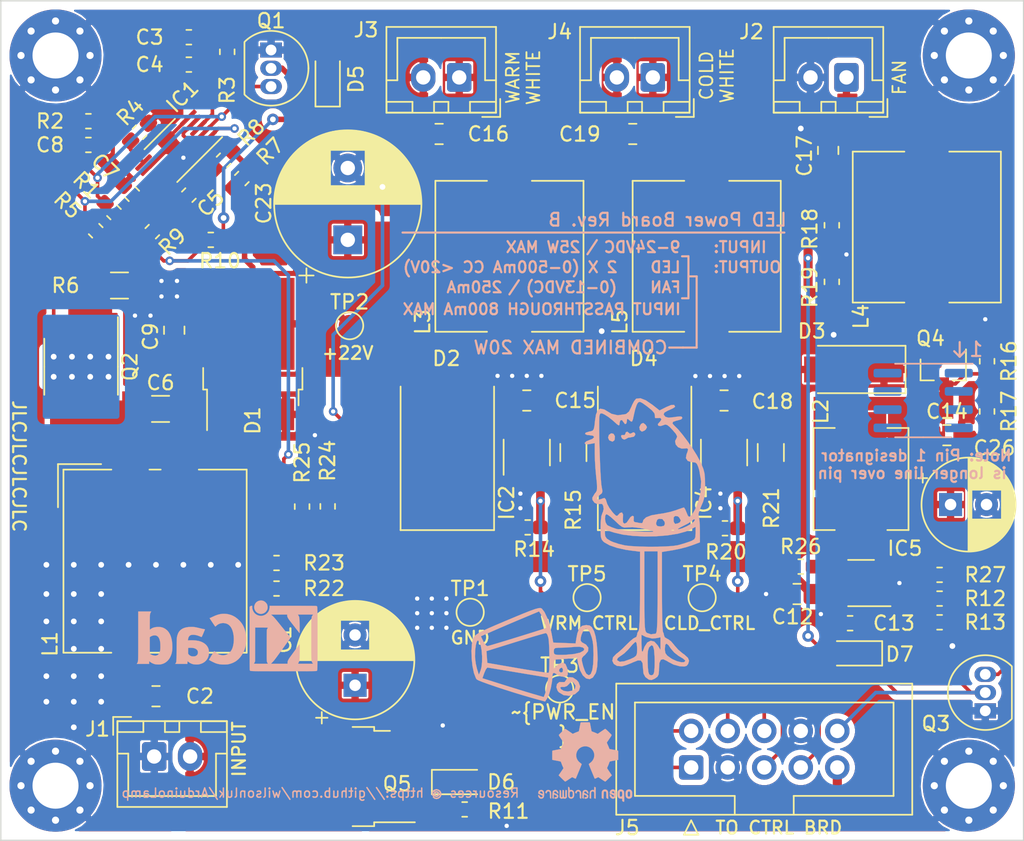
<source format=kicad_pcb>
(kicad_pcb (version 20171130) (host pcbnew "(5.1.6)-1")
  (layers (0 F.Cu signal) (31 B.Cu signal hide) (34 B.Paste user hide) (35 F.Paste user hide) (36 B.SilkS user hide) (37 F.SilkS user) (38 B.Mask user hide) (39 F.Mask user hide) (44 Edge.Cuts user))
  (net 0 "")
  (net 1 "Net-(C3-Pad1)")
  (net 2 "Net-(C4-Pad1)")
  (net 3 "Net-(C5-Pad1)")
  (net 4 "Net-(C6-Pad1)")
  (net 5 "Net-(C6-Pad2)")
  (net 6 "Net-(C8-Pad1)")
  (net 7 "Net-(IC1-Pad2)")
  (net 8 "Net-(IC1-Pad4)")
  (net 9 "Net-(IC1-Pad6)")
  (net 10 "Net-(IC1-Pad8)")
  (net 11 "Net-(Q2-Pad1)")
  (net 12 "Net-(C13-Pad1)")
  (net 13 "Net-(C13-Pad2)")
  (net 14 "/Warm White Driver/LED+")
  (net 15 "/Warm White Driver/LED-")
  (net 16 "/PWM Fan Control/FAN")
  (net 17 "/Cold White Driver/LED+")
  (net 18 "/Cold White Driver/LED-")
  (net 19 "Net-(D2-Pad2)")
  (net 20 "Net-(D3-Pad1)")
  (net 21 "Net-(D4-Pad2)")
  (net 22 FAN_CTRL)
  (net 23 "Net-(Q3-Pad3)")
  (net 24 "/Fan Power Supply/FB")
  (net 25 YELLOW_CTRL)
  (net 26 FAN_FB)
  (net 27 BLUE_CTRL)
  (net 28 VIN_FB)
  (net 29 VOUT_FB)
  (net 30 "/LM3481 SEPIC Converter/LM3481_VIN")
  (net 31 "Net-(IC5-Pad4)")
  (net 32 VIN_PROTECT)
  (net 33 GNDPWR)
  (net 34 "/Reverse Input Protection/VIN")
  (net 35 ~PWR_EN)
  (net 36 "Net-(D6-Pad2)")
  (net 37 "/PWM Fan Control/VIN")
  (net 38 +22V)
  (net 39 "Net-(Q4-Pad1)")
  (net 40 "Net-(C17-Pad2)")
  (module Resistor_SMD:R_0603_1608Metric_Pad1.05x0.95mm_HandSolder (layer F.Cu) (at 172.72 103.505 270)
    (fp_text reference R17 (at 0 -1.524 90) (layer F.SilkS))
    (fp_text value 2K2)
    (pad 2 smd roundrect (at 0.875 0 270) (size 1.05 0.95) (layers F.Cu F.Paste F.Mask) (net 23 "Net-(Q3-Pad3)"))
    (pad 1 smd roundrect (at -0.875 0 270) (size 1.05 0.95) (layers F.Cu F.Paste F.Mask) (net 39 "Net-(Q4-Pad1)"))
  )
  (module Resistor_SMD:R_0603_1608Metric_Pad1.05x0.95mm_HandSolder (layer F.Cu) (at 172.72 100.0125 90)
    (fp_text reference R16 (at 0 1.524 90) (layer F.SilkS))
    (fp_text value 1K15)
    (pad 2 smd roundrect (at 0.875 0 90) (size 1.05 0.95) (layers F.Cu F.Paste F.Mask) (net 39 "Net-(Q4-Pad1)"))
    (pad 1 smd roundrect (at -0.875 0 90) (size 1.05 0.95) (layers F.Cu F.Paste F.Mask) (net 37 "/PWM Fan Control/VIN"))
  )
  (module Diode_SMD:D_SOD-323_HandSoldering (layer F.Cu) (at 163.5252 120.3325 180)
    (fp_text reference D7 (at -3.1115 -0.0635) (layer F.SilkS))
    (fp_text value D_Zener)
    (pad 2 smd rect (at 1.25 0 180) (size 1 1) (layers F.Cu F.Paste F.Mask) (net 33 GNDPWR))
    (pad 1 smd rect (at -1.25 0 180) (size 1 1) (layers F.Cu F.Paste F.Mask) (net 22 FAN_CTRL))
  )
  (module ArduinoLamp:TO-252-2_ConnectedPins (layer F.Cu) (at 121.666 99.509 90)
    (fp_text reference D1 (at -4.631 0 90) (layer F.SilkS))
    (fp_text value MBRD5100)
    (pad 1 smd rect (at 2.1 0 90) (size 6.4 5.800001) (layers F.Cu F.Mask) (net 38 +22V))
    (pad 2 smd rect (at -4.2 2.28 90) (size 2.2 1.2) (layers F.Cu F.Paste F.Mask) (net 5 "Net-(C6-Pad2)"))
    (pad 2 smd rect (at -4.2 -2.28 90) (size 2.2 1.2) (layers F.Cu F.Paste F.Mask) (net 5 "Net-(C6-Pad2)"))
  )
  (module TestPoint:TestPoint_Pad_D1.5mm (layer F.Cu) (at 143.002 122.809)
    (fp_text reference TP3 (at 0 -1.648) (layer F.SilkS))
    (fp_text value ~PWR_EN)
    (pad 1 smd circle (at 0 0) (size 1.5 1.5) (layers F.Cu F.Mask) (net 35 ~PWR_EN))
  )
  (module Resistor_SMD:R_0603_1608Metric_Pad1.05x0.95mm_HandSolder (layer F.Cu) (at 169.418 114.8715)
    (fp_text reference R27 (at 3.175 0) (layer F.SilkS))
    (fp_text value 105K)
    (pad 2 smd roundrect (at 0.875 0) (size 1.05 0.95) (layers F.Cu F.Paste F.Mask) (net 22 FAN_CTRL))
    (pad 1 smd roundrect (at -0.875 0) (size 1.05 0.95) (layers F.Cu F.Paste F.Mask) (net 37 "/PWM Fan Control/VIN"))
  )
  (module Diode_SMD:D_SOD-323_HandSoldering (layer F.Cu) (at 136.017 129.286)
    (fp_text reference D6 (at 2.921 0) (layer F.SilkS))
    (fp_text value D_Zener)
    (pad 2 smd rect (at 1.25 0) (size 1 1) (layers F.Cu F.Paste F.Mask) (net 36 "Net-(D6-Pad2)"))
    (pad 1 smd rect (at -1.25 0) (size 1 1) (layers F.Cu F.Paste F.Mask) (net 32 VIN_PROTECT))
  )
  (module Connector_IDC:IDC-Header_2x05_P2.54mm_Vertical (layer F.Cu) (at 152.146 128.27 90)
    (fp_text reference J5 (at -4.191 -4.445 180) (layer F.SilkS))
    (fp_text value "Logic Board")
    (pad 1 thru_hole roundrect (at 0 0 90) (size 1.7 1.7) (drill 1) (layers *.Cu *.Mask) (roundrect_rratio 0.147059) (net 28 VIN_FB))
    (pad 3 thru_hole circle (at 0 2.54 90) (size 1.7 1.7) (drill 1) (layers *.Cu *.Mask) (net 33 GNDPWR))
    (pad 5 thru_hole circle (at 0 5.08 90) (size 1.7 1.7) (drill 1) (layers *.Cu *.Mask) (net 27 BLUE_CTRL))
    (pad 7 thru_hole circle (at 0 7.62 90) (size 1.7 1.7) (drill 1) (layers *.Cu *.Mask) (net 26 FAN_FB))
    (pad 9 thru_hole circle (at 0 10.16 90) (size 1.7 1.7) (drill 1) (layers *.Cu *.Mask) (net 32 VIN_PROTECT))
    (pad 2 thru_hole circle (at 2.54 0 90) (size 1.7 1.7) (drill 1) (layers *.Cu *.Mask) (net 29 VOUT_FB))
    (pad 4 thru_hole circle (at 2.54 2.54 90) (size 1.7 1.7) (drill 1) (layers *.Cu *.Mask) (net 35 ~PWR_EN))
    (pad 6 thru_hole circle (at 2.54 5.08 90) (size 1.7 1.7) (drill 1) (layers *.Cu *.Mask) (net 25 YELLOW_CTRL))
    (pad 8 thru_hole circle (at 2.54 7.62 90) (size 1.7 1.7) (drill 1) (layers *.Cu *.Mask) (net 33 GNDPWR))
    (pad 10 thru_hole circle (at 2.54 10.16 90) (size 1.7 1.7) (drill 1) (layers *.Cu *.Mask) (net 22 FAN_CTRL))
  )
  (module Resistor_SMD:R_0603_1608Metric_Pad1.05x0.95mm_HandSolder (layer F.Cu) (at 136.398 131.191)
    (fp_text reference R11 (at 3.048 0.127) (layer F.SilkS))
    (fp_text value 25K5)
    (pad 2 smd roundrect (at 0.875 0) (size 1.05 0.95) (layers F.Cu F.Paste F.Mask) (net 33 GNDPWR))
    (pad 1 smd roundrect (at -0.875 0) (size 1.05 0.95) (layers F.Cu F.Paste F.Mask) (net 36 "Net-(D6-Pad2)"))
  )
  (module Package_TO_SOT_SMD:TO-252-2 (layer F.Cu) (at 127.635 128.905 180)
    (fp_text reference Q5 (at -4.064 -0.508) (layer F.SilkS))
    (fp_text value SUD08P06-155L)
    (pad 2 smd rect (at 2.1 0 180) (size 6.4 5.8) (layers F.Cu F.Mask) (net 34 "/Reverse Input Protection/VIN"))
    (pad 3 smd rect (at -4.2 2.28 180) (size 2.2 1.2) (layers F.Cu F.Paste F.Mask) (net 32 VIN_PROTECT))
    (pad 1 smd rect (at -4.2 -2.28 180) (size 2.2 1.2) (layers F.Cu F.Paste F.Mask) (net 36 "Net-(D6-Pad2)"))
  )
  (module Resistor_SMD:R_0603_1608Metric_Pad1.05x0.95mm_HandSolder (layer F.Cu) (at 118.745 91.567)
    (fp_text reference R10 (at 0.635 1.4605) (layer F.SilkS))
    (fp_text value 25K5)
    (pad 2 smd roundrect (at 0.875 0) (size 1.05 0.95) (layers F.Cu F.Paste F.Mask) (net 35 ~PWR_EN))
    (pad 1 smd roundrect (at -0.875 0) (size 1.05 0.95) (layers F.Cu F.Paste F.Mask) (net 32 VIN_PROTECT))
  )
  (module Diode_SMD:D_SOD-323_HandSoldering (layer F.Cu) (at 126.873 80.391 90)
    (fp_text reference D5 (at 0 1.9685 90) (layer F.SilkS))
    (fp_text value D_Zener)
    (pad 2 smd rect (at 1.25 0 90) (size 1 1) (layers F.Cu F.Paste F.Mask) (net 33 GNDPWR))
    (pad 1 smd rect (at -1.25 0 90) (size 1 1) (layers F.Cu F.Paste F.Mask) (net 35 ~PWR_EN))
  )
  (module Package_SO:SOIC-8_3.9x4.9mm_P1.27mm (layer B.Cu) (at 168.275 102.743 180)
    (fp_text reference REF**)
    (fp_text value SOIC-8_3.9x4.9mm_P1.27mm)
    (pad 8 smd roundrect (at 2.475 1.905 180) (size 1.95 0.6) (layers B.Cu B.Paste B.Mask))
    (pad 7 smd roundrect (at 2.475 0.635 180) (size 1.95 0.6) (layers B.Cu B.Paste B.Mask))
    (pad 6 smd roundrect (at 2.475 -0.635 180) (size 1.95 0.6) (layers B.Cu B.Paste B.Mask))
    (pad 5 smd roundrect (at 2.475 -1.905 180) (size 1.95 0.6) (layers B.Cu B.Paste B.Mask))
    (pad 4 smd roundrect (at -2.475 -1.905 180) (size 1.95 0.6) (layers B.Cu B.Paste B.Mask))
    (pad 3 smd roundrect (at -2.475 -0.635 180) (size 1.95 0.6) (layers B.Cu B.Paste B.Mask))
    (pad 2 smd roundrect (at -2.475 0.635 180) (size 1.95 0.6) (layers B.Cu B.Paste B.Mask))
    (pad 1 smd roundrect (at -2.475 1.905 180) (size 1.95 0.6) (layers B.Cu B.Paste B.Mask))
  )
  (module Resistor_SMD:R_0603_1608Metric_Pad1.05x0.95mm_HandSolder (layer F.Cu) (at 169.418 116.5225 180)
    (fp_text reference R12 (at -3.175 0) (layer F.SilkS))
    (fp_text value 25K5)
    (pad 2 smd roundrect (at 0.875 0 180) (size 1.05 0.95) (layers F.Cu F.Paste F.Mask) (net 24 "/Fan Power Supply/FB"))
    (pad 1 smd roundrect (at -0.875 0 180) (size 1.05 0.95) (layers F.Cu F.Paste F.Mask) (net 37 "/PWM Fan Control/VIN"))
  )
  (module Symbol:OSHW-Logo2_7.3x6mm_SilkScreen (layer B.Cu) (at 144.78 127.889 180)
    (fp_text reference REF** hide)
    (fp_text value OSHW-Logo2_7.3x6mm_SilkScreen hide)
  )
  (module ArduinoLamp:Pusheen (layer B.Cu) (at 145.034 113.03 180)
    (fp_text reference G*** hide)
    (fp_text value LOGO hide)
  )
  (module Symbol:KiCad-Logo_5mm_SilkScreen (layer B.Cu) (at 119.888 119.634 180)
    (fp_text reference REF** hide)
    (fp_text value KiCad-Logo_5mm_SilkScreen hide)
  )
  (module Package_TO_SOT_THT:TO-92_Inline (layer F.Cu) (at 122.936 78.359 270)
    (fp_text reference Q1 (at -2.032 0) (layer F.SilkS))
    (fp_text value 2N7000)
    (pad 1 thru_hole rect (at 0 0 270) (size 1.05 1.5) (drill 0.75) (layers *.Cu *.Mask) (net 33 GNDPWR))
    (pad 3 thru_hole oval (at 2.54 0 270) (size 1.05 1.5) (drill 0.75) (layers *.Cu *.Mask) (net 7 "Net-(IC1-Pad2)"))
    (pad 2 thru_hole oval (at 1.27 0 270) (size 1.05 1.5) (drill 0.75) (layers *.Cu *.Mask) (net 35 ~PWR_EN))
  )
  (module ArduinoLamp:SLD10 (layer F.Cu) (at 139.5095 92.71 270)
    (fp_text reference L3 (at 4.572 6.0325 90) (layer F.SilkS))
    (fp_text value 47U)
    (pad 1 smd rect (at -5.35 0 270) (size 3 3) (layers F.Cu F.Paste F.Mask) (net 15 "/Warm White Driver/LED-"))
    (pad 2 smd rect (at 5.35 0 270) (size 3 3) (layers F.Cu F.Paste F.Mask) (net 19 "Net-(D2-Pad2)"))
  )
  (module ArduinoLamp:SLD10 (layer F.Cu) (at 153.2255 92.71 270)
    (fp_text reference L5 (at 4.572 6.0325 90) (layer F.SilkS))
    (fp_text value 47U)
    (pad 1 smd rect (at -5.35 0 270) (size 3 3) (layers F.Cu F.Paste F.Mask) (net 18 "/Cold White Driver/LED-"))
    (pad 2 smd rect (at 5.35 0 270) (size 3 3) (layers F.Cu F.Paste F.Mask) (net 21 "Net-(D4-Pad2)"))
  )
  (module ArduinoLamp:SLD10 (layer F.Cu) (at 168.529 90.678 90)
    (fp_text reference L4 (at -6.223 -4.572 90) (layer F.SilkS))
    (fp_text value 330U)
    (pad 1 smd rect (at -5.35 0 90) (size 3 3) (layers F.Cu F.Paste F.Mask) (net 20 "Net-(D3-Pad1)"))
    (pad 2 smd rect (at 5.35 0 90) (size 3 3) (layers F.Cu F.Paste F.Mask) (net 16 "/PWM Fan Control/FAN"))
  )
  (module Resistor_SMD:R_0603_1608Metric_Pad1.05x0.95mm_HandSolder (layer F.Cu) (at 119.634 86.0298 225)
    (fp_text reference R8 (at -2.7305 0 45) (layer F.SilkS))
    (fp_text value 6K49)
    (pad 1 smd roundrect (at -0.875 0 225) (size 1.05 0.95) (layers F.Cu F.Paste F.Mask) (net 8 "Net-(IC1-Pad4)"))
    (pad 2 smd roundrect (at 0.875 0 225) (size 1.05 0.95) (layers F.Cu F.Paste F.Mask) (net 33 GNDPWR))
  )
  (module Resistor_SMD:R_0603_1608Metric_Pad1.05x0.95mm_HandSolder (layer F.Cu) (at 119.888 78.486 90)
    (fp_text reference R3 (at -2.667 0 90) (layer F.SilkS))
    (fp_text value 442)
    (pad 2 smd roundrect (at 0.875 0 90) (size 1.05 0.95) (layers F.Cu F.Paste F.Mask) (net 1 "Net-(C3-Pad1)"))
    (pad 1 smd roundrect (at -0.875 0 90) (size 1.05 0.95) (layers F.Cu F.Paste F.Mask) (net 2 "Net-(C4-Pad1)"))
  )
  (module Capacitor_SMD:C_0603_1608Metric_Pad1.05x0.95mm_HandSolder (layer F.Cu) (at 110.236 84.963)
    (fp_text reference C8 (at -2.667 0) (layer F.SilkS))
    (fp_text value 470P)
    (pad 2 smd roundrect (at 0.875 0) (size 1.05 0.95) (layers F.Cu F.Paste F.Mask) (net 33 GNDPWR))
    (pad 1 smd roundrect (at -0.875 0) (size 1.05 0.95) (layers F.Cu F.Paste F.Mask) (net 6 "Net-(C8-Pad1)"))
  )
  (module Resistor_SMD:R_0603_1608Metric_Pad1.05x0.95mm_HandSolder (layer F.Cu) (at 110.744 90.932 135)
    (fp_text reference R5 (at 2.641991 -0.12752 135) (layer F.SilkS))
    (fp_text value 100)
    (pad 2 smd roundrect (at 0.875 0 135) (size 1.05 0.95) (layers F.Cu F.Paste F.Mask) (net 6 "Net-(C8-Pad1)"))
    (pad 1 smd roundrect (at -0.875 0 135) (size 1.05 0.95) (layers F.Cu F.Paste F.Mask) (net 11 "Net-(Q2-Pad1)"))
  )
  (module ArduinoLamp:D_SMC_Handsoldering_Shortened (layer F.Cu) (at 135.1915 106.172 90)
    (fp_text reference D2 (at 6.35 -0.0635 180) (layer F.SilkS))
    (fp_text value SS34)
    (pad 2 smd rect (at 3.8 0 180) (size 3.3 3.3) (layers F.Cu F.Paste F.Mask) (net 19 "Net-(D2-Pad2)"))
    (pad 1 smd rect (at -3.8 0 180) (size 3.3 3.3) (layers F.Cu F.Paste F.Mask) (net 38 +22V))
  )
  (module ArduinoLamp:D_SMC_Handsoldering_Shortened (layer F.Cu) (at 148.9075 106.172 90)
    (fp_text reference D4 (at 6.35 -0.0635 180) (layer F.SilkS))
    (fp_text value SS34)
    (pad 2 smd rect (at 3.8 0 180) (size 3.3 3.3) (layers F.Cu F.Paste F.Mask) (net 21 "Net-(D4-Pad2)"))
    (pad 1 smd rect (at -3.8 0 180) (size 3.3 3.3) (layers F.Cu F.Paste F.Mask) (net 38 +22V))
  )
  (module ArduinoLamp:L_Bourns_SRF1260_HandSoldering (layer F.Cu) (at 114.8715 113.919)
    (fp_text reference L1 (at -7.3025 5.7658 270) (layer F.SilkS))
    (fp_text value SRF1260-6R8)
    (pad 4 smd roundrect (at -1.715 5) (size 2.15 6) (layers F.Cu F.Paste F.Mask) (net 33 GNDPWR))
    (pad 3 smd roundrect (at 1.715 5) (size 2.15 6) (layers F.Cu F.Paste F.Mask) (net 32 VIN_PROTECT))
    (pad 2 smd roundrect (at 1.715 -5) (size 2.15 6) (layers F.Cu F.Paste F.Mask) (net 5 "Net-(C6-Pad2)"))
    (pad 1 smd roundrect (at -1.715 -5) (size 2.15 6) (layers F.Cu F.Paste F.Mask) (net 4 "Net-(C6-Pad1)"))
  )
  (module Capacitor_THT:CP_Radial_D10.0mm_P5.00mm (layer F.Cu) (at 128.27 91.567 90)
    (fp_text reference C23 (at 2.54 -5.842 90) (layer F.SilkS))
    (fp_text value CP)
    (pad 1 thru_hole rect (at 0 0 90) (size 2 2) (drill 1) (layers *.Cu *.Mask) (net 38 +22V))
    (pad 2 thru_hole circle (at 5 0 90) (size 2 2) (drill 1) (layers *.Cu *.Mask) (net 33 GNDPWR))
  )
  (module Resistor_SMD:R_0603_1608Metric_Pad1.05x0.95mm_HandSolder (layer F.Cu) (at 120.904 87.2998 45)
    (fp_text reference R7 (at 2.7305 0.0635 45) (layer F.SilkS))
    (fp_text value 105K)
    (pad 2 smd roundrect (at 0.875 0 45) (size 1.05 0.95) (layers F.Cu F.Paste F.Mask) (net 8 "Net-(IC1-Pad4)"))
    (pad 1 smd roundrect (at -0.875 0 45) (size 1.05 0.95) (layers F.Cu F.Paste F.Mask) (net 38 +22V))
  )
  (module Capacitor_SMD:C_0603_1608Metric_Pad1.05x0.95mm_HandSolder (layer F.Cu) (at 117.221 77.47 180)
    (fp_text reference C3 (at 2.7305 0) (layer F.SilkS))
    (fp_text value 330N)
    (pad 2 smd roundrect (at 0.875 0 180) (size 1.05 0.95) (layers F.Cu F.Paste F.Mask) (net 33 GNDPWR))
    (pad 1 smd roundrect (at -0.875 0 180) (size 1.05 0.95) (layers F.Cu F.Paste F.Mask) (net 1 "Net-(C3-Pad1)"))
  )
  (module Capacitor_SMD:C_0603_1608Metric_Pad1.05x0.95mm_HandSolder (layer F.Cu) (at 117.221 79.375 180)
    (fp_text reference C4 (at 2.7305 0) (layer F.SilkS))
    (fp_text value 1N2)
    (pad 1 smd roundrect (at -0.875 0 180) (size 1.05 0.95) (layers F.Cu F.Paste F.Mask) (net 2 "Net-(C4-Pad1)"))
    (pad 2 smd roundrect (at 0.875 0 180) (size 1.05 0.95) (layers F.Cu F.Paste F.Mask) (net 33 GNDPWR))
  )
  (module Capacitor_SMD:C_0603_1608Metric_Pad1.05x0.95mm_HandSolder (layer F.Cu) (at 117.221 88.4555 45)
    (fp_text reference C5 (at 0.673519 1.481742 45) (layer F.SilkS))
    (fp_text value 470N)
    (pad 1 smd roundrect (at -0.875 0 45) (size 1.05 0.95) (layers F.Cu F.Paste F.Mask) (net 3 "Net-(C5-Pad1)"))
    (pad 2 smd roundrect (at 0.875 0 45) (size 1.05 0.95) (layers F.Cu F.Paste F.Mask) (net 33 GNDPWR))
  )
  (module Capacitor_SMD:C_0603_1608Metric_Pad1.05x0.95mm_HandSolder (layer F.Cu) (at 113.284 88.392 135)
    (fp_text reference C7 (at 2.694077 0 135) (layer F.SilkS))
    (fp_text value 100N)
    (pad 2 smd roundrect (at 0.875 0 135) (size 1.05 0.95) (layers F.Cu F.Paste F.Mask) (net 33 GNDPWR))
    (pad 1 smd roundrect (at -0.875 0 135) (size 1.05 0.95) (layers F.Cu F.Paste F.Mask) (net 30 "/LM3481 SEPIC Converter/LM3481_VIN"))
  )
  (module Capacitor_SMD:C_0805_2012Metric_Pad1.15x1.40mm_HandSolder (layer F.Cu) (at 116.205 97.8535 90)
    (fp_text reference C9 (at -0.4445 -1.651 90) (layer F.SilkS))
    (fp_text value 2U2)
    (pad 1 smd roundrect (at -1.025 0 90) (size 1.15 1.4) (layers F.Cu F.Paste F.Mask) (roundrect_rratio 0.217391) (net 38 +22V))
    (pad 2 smd roundrect (at 1.025 0 90) (size 1.15 1.4) (layers F.Cu F.Paste F.Mask) (roundrect_rratio 0.217391) (net 33 GNDPWR))
  )
  (module Capacitor_SMD:C_0805_2012Metric_Pad1.15x1.40mm_HandSolder (layer F.Cu) (at 159.512 116.205 180)
    (fp_text reference C12 (at 0.3175 -1.5875) (layer F.SilkS))
    (fp_text value 2U2)
    (pad 2 smd roundrect (at 1.025 0 180) (size 1.15 1.4) (layers F.Cu F.Paste F.Mask) (roundrect_rratio 0.217391) (net 33 GNDPWR))
    (pad 1 smd roundrect (at -1.025 0 180) (size 1.15 1.4) (layers F.Cu F.Paste F.Mask) (roundrect_rratio 0.217391) (net 38 +22V))
  )
  (module Capacitor_SMD:C_0805_2012Metric_Pad1.15x1.40mm_HandSolder (layer F.Cu) (at 169.926 105.156)
    (fp_text reference C14 (at 0 -1.651) (layer F.SilkS))
    (fp_text value 2U2)
    (pad 1 smd roundrect (at -1.025 0) (size 1.15 1.4) (layers F.Cu F.Paste F.Mask) (roundrect_rratio 0.217391) (net 37 "/PWM Fan Control/VIN"))
    (pad 2 smd roundrect (at 1.025 0) (size 1.15 1.4) (layers F.Cu F.Paste F.Mask) (roundrect_rratio 0.217391) (net 33 GNDPWR))
  )
  (module Capacitor_SMD:C_0805_2012Metric_Pad1.15x1.40mm_HandSolder (layer F.Cu) (at 140.716 102.743)
    (fp_text reference C15 (at 3.3655 0) (layer F.SilkS))
    (fp_text value 2U2)
    (pad 2 smd roundrect (at 1.025 0) (size 1.15 1.4) (layers F.Cu F.Paste F.Mask) (roundrect_rratio 0.217391) (net 33 GNDPWR))
    (pad 1 smd roundrect (at -1.025 0) (size 1.15 1.4) (layers F.Cu F.Paste F.Mask) (roundrect_rratio 0.217391) (net 38 +22V))
  )
  (module Capacitor_SMD:C_0805_2012Metric_Pad1.15x1.40mm_HandSolder (layer F.Cu) (at 134.62 84.201 180)
    (fp_text reference C16 (at -3.429 0) (layer F.SilkS))
    (fp_text value 1U)
    (pad 1 smd roundrect (at -1.025 0 180) (size 1.15 1.4) (layers F.Cu F.Paste F.Mask) (roundrect_rratio 0.217391) (net 14 "/Warm White Driver/LED+"))
    (pad 2 smd roundrect (at 1.025 0 180) (size 1.15 1.4) (layers F.Cu F.Paste F.Mask) (roundrect_rratio 0.217391) (net 15 "/Warm White Driver/LED-"))
  )
  (module Capacitor_SMD:C_0805_2012Metric_Pad1.15x1.40mm_HandSolder (layer F.Cu) (at 154.432 102.743)
    (fp_text reference C18 (at 3.3655 0.0635) (layer F.SilkS))
    (fp_text value 2U2)
    (pad 2 smd roundrect (at 1.025 0) (size 1.15 1.4) (layers F.Cu F.Paste F.Mask) (roundrect_rratio 0.217391) (net 33 GNDPWR))
    (pad 1 smd roundrect (at -1.025 0) (size 1.15 1.4) (layers F.Cu F.Paste F.Mask) (roundrect_rratio 0.217391) (net 38 +22V))
  )
  (module Capacitor_SMD:C_0805_2012Metric_Pad1.15x1.40mm_HandSolder (layer F.Cu) (at 148.082 84.201 180)
    (fp_text reference C19 (at 3.683 -0.009) (layer F.SilkS))
    (fp_text value 1U)
    (pad 1 smd roundrect (at -1.025 0 180) (size 1.15 1.4) (layers F.Cu F.Paste F.Mask) (roundrect_rratio 0.217391) (net 17 "/Cold White Driver/LED+"))
    (pad 2 smd roundrect (at 1.025 0 180) (size 1.15 1.4) (layers F.Cu F.Paste F.Mask) (roundrect_rratio 0.217391) (net 18 "/Cold White Driver/LED-"))
  )
  (module Package_TO_SOT_THT:TO-92_Inline (layer F.Cu) (at 172.593 124.333 90)
    (fp_text reference Q3 (at -0.889 -3.429) (layer F.SilkS))
    (fp_text value 2N7000)
    (pad 2 thru_hole oval (at 1.27 0 90) (size 1.05 1.5) (drill 0.75) (layers *.Cu *.Mask) (net 22 FAN_CTRL))
    (pad 3 thru_hole oval (at 2.54 0 90) (size 1.05 1.5) (drill 0.75) (layers *.Cu *.Mask) (net 23 "Net-(Q3-Pad3)"))
    (pad 1 thru_hole rect (at 0 0 90) (size 1.05 1.5) (drill 0.75) (layers *.Cu *.Mask) (net 33 GNDPWR))
  )
  (module Package_TO_SOT_SMD:SOT-23 (layer F.Cu) (at 169.672 100.584 270)
    (fp_text reference Q4 (at -2.159 0.889 180) (layer F.SilkS))
    (fp_text value PJM2301PSA-S)
    (pad 1 smd rect (at -1 -0.95 270) (size 0.9 0.8) (layers F.Cu F.Paste F.Mask) (net 39 "Net-(Q4-Pad1)"))
    (pad 2 smd rect (at -1 0.95 270) (size 0.9 0.8) (layers F.Cu F.Paste F.Mask) (net 20 "Net-(D3-Pad1)"))
    (pad 3 smd rect (at 1 0 270) (size 0.9 0.8) (layers F.Cu F.Paste F.Mask) (net 37 "/PWM Fan Control/VIN"))
  )
  (module Resistor_SMD:R_1206_3216Metric_Pad1.42x1.75mm_HandSolder (layer F.Cu) (at 112.395 94.742)
    (fp_text reference R6 (at -3.7465 0) (layer F.SilkS))
    (fp_text value 0R006)
    (pad 1 smd roundrect (at -1.4875 0) (size 1.425 1.75) (layers F.Cu F.Paste F.Mask) (roundrect_rratio 0.175439) (net 11 "Net-(Q2-Pad1)"))
    (pad 2 smd roundrect (at 1.4875 0) (size 1.425 1.75) (layers F.Cu F.Paste F.Mask) (roundrect_rratio 0.175439) (net 33 GNDPWR))
  )
  (module Resistor_SMD:R_0603_1608Metric_Pad1.05x0.95mm_HandSolder (layer F.Cu) (at 169.418 118.1735)
    (fp_text reference R13 (at 3.175 0) (layer F.SilkS))
    (fp_text value 1K15)
    (pad 1 smd roundrect (at -0.875 0) (size 1.05 0.95) (layers F.Cu F.Paste F.Mask) (net 24 "/Fan Power Supply/FB"))
    (pad 2 smd roundrect (at 0.875 0) (size 1.05 0.95) (layers F.Cu F.Paste F.Mask) (net 33 GNDPWR))
  )
  (module Resistor_SMD:R_0603_1608Metric_Pad1.05x0.95mm_HandSolder (layer F.Cu) (at 140.7795 111.5695 180)
    (fp_text reference R14 (at -0.4445 -1.524) (layer F.SilkS))
    (fp_text value 1K15)
    (pad 2 smd roundrect (at 0.875 0 180) (size 1.05 0.95) (layers F.Cu F.Paste F.Mask) (net 33 GNDPWR))
    (pad 1 smd roundrect (at -0.875 0 180) (size 1.05 0.95) (layers F.Cu F.Paste F.Mask) (net 25 YELLOW_CTRL))
  )
  (module Resistor_SMD:R_0603_1608Metric_Pad1.05x0.95mm_HandSolder (layer F.Cu) (at 161.925 90.551 270)
    (fp_text reference R18 (at 0.254 1.524 90) (layer F.SilkS))
    (fp_text value 25K5)
    (pad 2 smd roundrect (at 0.875 0 270) (size 1.05 0.95) (layers F.Cu F.Paste F.Mask) (net 26 FAN_FB))
    (pad 1 smd roundrect (at -0.875 0 270) (size 1.05 0.95) (layers F.Cu F.Paste F.Mask) (net 16 "/PWM Fan Control/FAN"))
  )
  (module Resistor_SMD:R_0603_1608Metric_Pad1.05x0.95mm_HandSolder (layer F.Cu) (at 161.925 94.488 90)
    (fp_text reference R19 (at -0.381 -1.524 90) (layer F.SilkS))
    (fp_text value 1K15)
    (pad 1 smd roundrect (at -0.875 0 90) (size 1.05 0.95) (layers F.Cu F.Paste F.Mask) (net 26 FAN_FB))
    (pad 2 smd roundrect (at 0.875 0 90) (size 1.05 0.95) (layers F.Cu F.Paste F.Mask) (net 33 GNDPWR))
  )
  (module Resistor_SMD:R_0603_1608Metric_Pad1.05x0.95mm_HandSolder (layer F.Cu) (at 154.4955 111.633 180)
    (fp_text reference R20 (at -0.0635 -1.651) (layer F.SilkS))
    (fp_text value 1K15)
    (pad 1 smd roundrect (at -0.875 0 180) (size 1.05 0.95) (layers F.Cu F.Paste F.Mask) (net 27 BLUE_CTRL))
    (pad 2 smd roundrect (at 0.875 0 180) (size 1.05 0.95) (layers F.Cu F.Paste F.Mask) (net 33 GNDPWR))
  )
  (module Package_TO_SOT_SMD:SOT-23-6_Handsoldering (layer F.Cu) (at 163.957 115.443 180)
    (fp_text reference IC5 (at -3.048 2.413) (layer F.SilkS))
    (fp_text value DIO6912)
    (pad 1 smd rect (at -1.35 -0.95 180) (size 1.56 0.65) (layers F.Cu F.Paste F.Mask) (net 12 "Net-(C13-Pad1)"))
    (pad 2 smd rect (at -1.35 0 180) (size 1.56 0.65) (layers F.Cu F.Paste F.Mask) (net 33 GNDPWR))
    (pad 3 smd rect (at -1.35 0.95 180) (size 1.56 0.65) (layers F.Cu F.Paste F.Mask) (net 24 "/Fan Power Supply/FB"))
    (pad 4 smd rect (at 1.35 0.95 180) (size 1.56 0.65) (layers F.Cu F.Paste F.Mask) (net 31 "Net-(IC5-Pad4)"))
    (pad 6 smd rect (at 1.35 -0.95 180) (size 1.56 0.65) (layers F.Cu F.Paste F.Mask) (net 13 "Net-(C13-Pad2)"))
    (pad 5 smd rect (at 1.35 0 180) (size 1.56 0.65) (layers F.Cu F.Paste F.Mask) (net 38 +22V))
  )
  (module Package_TO_SOT_SMD:SOT-23-5_HandSoldering (layer F.Cu) (at 140.716 106.3625 90)
    (fp_text reference IC2 (at -3.4925 -1.397 90) (layer F.SilkS))
    (fp_text value BP1360)
    (pad 5 smd rect (at 1.35 -0.95 90) (size 1.56 0.65) (layers F.Cu F.Paste F.Mask) (net 38 +22V))
    (pad 4 smd rect (at 1.35 0.95 90) (size 1.56 0.65) (layers F.Cu F.Paste F.Mask) (net 14 "/Warm White Driver/LED+"))
    (pad 3 smd rect (at -1.35 0.95 90) (size 1.56 0.65) (layers F.Cu F.Paste F.Mask) (net 25 YELLOW_CTRL))
    (pad 2 smd rect (at -1.35 0 90) (size 1.56 0.65) (layers F.Cu F.Paste F.Mask) (net 33 GNDPWR))
    (pad 1 smd rect (at -1.35 -0.95 90) (size 1.56 0.65) (layers F.Cu F.Paste F.Mask) (net 19 "Net-(D2-Pad2)"))
  )
  (module Package_TO_SOT_SMD:SOT-23-5_HandSoldering (layer F.Cu) (at 154.432 106.3625 90)
    (fp_text reference IC4 (at -3.4925 -1.397 90) (layer F.SilkS))
    (fp_text value BP1360)
    (pad 1 smd rect (at -1.35 -0.95 90) (size 1.56 0.65) (layers F.Cu F.Paste F.Mask) (net 21 "Net-(D4-Pad2)"))
    (pad 2 smd rect (at -1.35 0 90) (size 1.56 0.65) (layers F.Cu F.Paste F.Mask) (net 33 GNDPWR))
    (pad 3 smd rect (at -1.35 0.95 90) (size 1.56 0.65) (layers F.Cu F.Paste F.Mask) (net 27 BLUE_CTRL))
    (pad 4 smd rect (at 1.35 0.95 90) (size 1.56 0.65) (layers F.Cu F.Paste F.Mask) (net 17 "/Cold White Driver/LED+"))
    (pad 5 smd rect (at 1.35 -0.95 90) (size 1.56 0.65) (layers F.Cu F.Paste F.Mask) (net 38 +22V))
  )
  (module Capacitor_SMD:C_0805_2012Metric_Pad1.15x1.40mm_HandSolder (layer F.Cu) (at 114.935 123.317 180)
    (fp_text reference C2 (at -3.048 0) (layer F.SilkS))
    (fp_text value 2U2)
    (pad 2 smd roundrect (at 1.025 0 180) (size 1.15 1.4) (layers F.Cu F.Paste F.Mask) (roundrect_rratio 0.217391) (net 33 GNDPWR))
    (pad 1 smd roundrect (at -1.025 0 180) (size 1.15 1.4) (layers F.Cu F.Paste F.Mask) (roundrect_rratio 0.217391) (net 32 VIN_PROTECT))
  )
  (module Resistor_SMD:R_0603_1608Metric_Pad1.05x0.95mm_HandSolder (layer F.Cu) (at 123.317 115.824)
    (fp_text reference R22 (at 3.302 0) (layer F.SilkS))
    (fp_text value 25K5)
    (pad 2 smd roundrect (at 0.875 0) (size 1.05 0.95) (layers F.Cu F.Paste F.Mask) (net 28 VIN_FB))
    (pad 1 smd roundrect (at -0.875 0) (size 1.05 0.95) (layers F.Cu F.Paste F.Mask) (net 32 VIN_PROTECT))
  )
  (module Resistor_SMD:R_0603_1608Metric_Pad1.05x0.95mm_HandSolder (layer F.Cu) (at 123.317 114.046 180)
    (fp_text reference R23 (at -3.302 0) (layer F.SilkS))
    (fp_text value 1K15)
    (pad 1 smd roundrect (at -0.875 0 180) (size 1.05 0.95) (layers F.Cu F.Paste F.Mask) (net 28 VIN_FB))
    (pad 2 smd roundrect (at 0.875 0 180) (size 1.05 0.95) (layers F.Cu F.Paste F.Mask) (net 33 GNDPWR))
  )
  (module Resistor_SMD:R_0603_1608Metric_Pad1.05x0.95mm_HandSolder (layer F.Cu) (at 126.873 110.109 270)
    (fp_text reference R24 (at -3.175 0 90) (layer F.SilkS))
    (fp_text value 25K5)
    (pad 2 smd roundrect (at 0.875 0 270) (size 1.05 0.95) (layers F.Cu F.Paste F.Mask) (net 29 VOUT_FB))
    (pad 1 smd roundrect (at -0.875 0 270) (size 1.05 0.95) (layers F.Cu F.Paste F.Mask) (net 38 +22V))
  )
  (module Resistor_SMD:R_0603_1608Metric_Pad1.05x0.95mm_HandSolder (layer F.Cu) (at 125.095 110.123 90)
    (fp_text reference R25 (at 3.062 0 90) (layer F.SilkS))
    (fp_text value 1K15)
    (pad 1 smd roundrect (at -0.875 0 90) (size 1.05 0.95) (layers F.Cu F.Paste F.Mask) (net 29 VOUT_FB))
    (pad 2 smd roundrect (at 0.875 0 90) (size 1.05 0.95) (layers F.Cu F.Paste F.Mask) (net 33 GNDPWR))
  )
  (module ArduinoLamp:D_SMA_Handsoldering_Shortened (layer F.Cu) (at 163.449 100.584 180)
    (fp_text reference D3 (at 2.921 2.667) (layer F.SilkS))
    (fp_text value SS24)
    (pad 1 smd rect (at -2.1 0 180) (size 2.7 1.8) (layers F.Cu F.Paste F.Mask) (net 20 "Net-(D3-Pad1)"))
    (pad 2 smd rect (at 2.1 0 180) (size 2.7 1.8) (layers F.Cu F.Paste F.Mask) (net 33 GNDPWR))
  )
  (module Connector_JST:JST_XH_B2B-XH-A_1x02_P2.50mm_Vertical (layer F.Cu) (at 114.808 127.508)
    (fp_text reference J1 (at -3.937 -1.905) (layer F.SilkS))
    (fp_text value "Power Input")
    (pad 1 thru_hole roundrect (at 0 0) (size 1.7 2) (drill 1) (layers *.Cu *.Mask) (roundrect_rratio 0.147059) (net 33 GNDPWR))
    (pad 2 thru_hole oval (at 2.5 0) (size 1.7 2) (drill 1) (layers *.Cu *.Mask) (net 34 "/Reverse Input Protection/VIN"))
  )
  (module Connector_JST:JST_XH_B2B-XH-A_1x02_P2.50mm_Vertical (layer F.Cu) (at 136.017 80.264 180)
    (fp_text reference J3 (at 6.477 3.302) (layer F.SilkS))
    (fp_text value "Cold White LED")
    (pad 1 thru_hole roundrect (at 0 0 180) (size 1.7 2) (drill 1) (layers *.Cu *.Mask) (roundrect_rratio 0.147059) (net 14 "/Warm White Driver/LED+"))
    (pad 2 thru_hole oval (at 2.5 0 180) (size 1.7 2) (drill 1) (layers *.Cu *.Mask) (net 15 "/Warm White Driver/LED-"))
  )
  (module Connector_JST:JST_XH_B2B-XH-A_1x02_P2.50mm_Vertical (layer F.Cu) (at 149.479 80.264 180)
    (fp_text reference J4 (at 6.477 3.175) (layer F.SilkS))
    (fp_text value "Warm White LED")
    (pad 2 thru_hole oval (at 2.5 0 180) (size 1.7 2) (drill 1) (layers *.Cu *.Mask) (net 18 "/Cold White Driver/LED-"))
    (pad 1 thru_hole roundrect (at 0 0 180) (size 1.7 2) (drill 1) (layers *.Cu *.Mask) (roundrect_rratio 0.147059) (net 17 "/Cold White Driver/LED+"))
  )
  (module Connector_JST:JST_XH_B2B-XH-A_1x02_P2.50mm_Vertical (layer F.Cu) (at 162.941 80.264 180)
    (fp_text reference J2 (at 6.604 3.175) (layer F.SilkS))
    (fp_text value Fan)
    (pad 1 thru_hole roundrect (at 0 0 180) (size 1.7 2) (drill 1) (layers *.Cu *.Mask) (roundrect_rratio 0.147059) (net 16 "/PWM Fan Control/FAN"))
    (pad 2 thru_hole oval (at 2.5 0 180) (size 1.7 2) (drill 1) (layers *.Cu *.Mask) (net 33 GNDPWR))
  )
  (module Resistor_SMD:R_0603_1608Metric_Pad1.05x0.95mm_HandSolder (layer F.Cu) (at 159.766 114.3)
    (fp_text reference R26 (at 0 -1.397) (layer F.SilkS))
    (fp_text value 105K)
    (pad 2 smd roundrect (at 0.875 0) (size 1.05 0.95) (layers F.Cu F.Paste F.Mask) (net 31 "Net-(IC5-Pad4)"))
    (pad 1 smd roundrect (at -0.875 0) (size 1.05 0.95) (layers F.Cu F.Paste F.Mask) (net 38 +22V))
  )
  (module MountingHole:MountingHole_3.2mm_M3_Pad_Via (layer F.Cu) (at 107.95 78.74)
    (fp_text reference H1)
    (fp_text value MountingHole_Pad)
    (pad 1 thru_hole circle (at 1.697056 -1.697056) (size 0.8 0.8) (drill 0.5) (layers *.Cu *.Mask) (net 33 GNDPWR))
    (pad 1 thru_hole circle (at 0 -2.4) (size 0.8 0.8) (drill 0.5) (layers *.Cu *.Mask) (net 33 GNDPWR))
    (pad 1 thru_hole circle (at -1.697056 -1.697056) (size 0.8 0.8) (drill 0.5) (layers *.Cu *.Mask) (net 33 GNDPWR))
    (pad 1 thru_hole circle (at -2.4 0) (size 0.8 0.8) (drill 0.5) (layers *.Cu *.Mask) (net 33 GNDPWR))
    (pad 1 thru_hole circle (at -1.697056 1.697056) (size 0.8 0.8) (drill 0.5) (layers *.Cu *.Mask) (net 33 GNDPWR))
    (pad 1 thru_hole circle (at 0 2.4) (size 0.8 0.8) (drill 0.5) (layers *.Cu *.Mask) (net 33 GNDPWR))
    (pad 1 thru_hole circle (at 1.697056 1.697056) (size 0.8 0.8) (drill 0.5) (layers *.Cu *.Mask) (net 33 GNDPWR))
    (pad 1 thru_hole circle (at 2.4 0) (size 0.8 0.8) (drill 0.5) (layers *.Cu *.Mask) (net 33 GNDPWR))
    (pad 1 thru_hole circle (at 0 0) (size 6.4 6.4) (drill 3.2) (layers *.Cu *.Mask) (net 33 GNDPWR))
  )
  (module MountingHole:MountingHole_3.2mm_M3_Pad_Via (layer F.Cu) (at 171.45 129.54)
    (fp_text reference H2)
    (fp_text value MountingHole_Pad)
    (pad 1 thru_hole circle (at 0 0) (size 6.4 6.4) (drill 3.2) (layers *.Cu *.Mask) (net 33 GNDPWR))
    (pad 1 thru_hole circle (at 2.4 0) (size 0.8 0.8) (drill 0.5) (layers *.Cu *.Mask) (net 33 GNDPWR))
    (pad 1 thru_hole circle (at 1.697056 1.697056) (size 0.8 0.8) (drill 0.5) (layers *.Cu *.Mask) (net 33 GNDPWR))
    (pad 1 thru_hole circle (at 0 2.4) (size 0.8 0.8) (drill 0.5) (layers *.Cu *.Mask) (net 33 GNDPWR))
    (pad 1 thru_hole circle (at -1.697056 1.697056) (size 0.8 0.8) (drill 0.5) (layers *.Cu *.Mask) (net 33 GNDPWR))
    (pad 1 thru_hole circle (at -2.4 0) (size 0.8 0.8) (drill 0.5) (layers *.Cu *.Mask) (net 33 GNDPWR))
    (pad 1 thru_hole circle (at -1.697056 -1.697056) (size 0.8 0.8) (drill 0.5) (layers *.Cu *.Mask) (net 33 GNDPWR))
    (pad 1 thru_hole circle (at 0 -2.4) (size 0.8 0.8) (drill 0.5) (layers *.Cu *.Mask) (net 33 GNDPWR))
    (pad 1 thru_hole circle (at 1.697056 -1.697056) (size 0.8 0.8) (drill 0.5) (layers *.Cu *.Mask) (net 33 GNDPWR))
  )
  (module MountingHole:MountingHole_3.2mm_M3_Pad_Via (layer F.Cu) (at 171.45 78.74)
    (fp_text reference H3)
    (fp_text value MountingHole_Pad)
    (pad 1 thru_hole circle (at 1.697056 -1.697056) (size 0.8 0.8) (drill 0.5) (layers *.Cu *.Mask) (net 33 GNDPWR))
    (pad 1 thru_hole circle (at 0 -2.4) (size 0.8 0.8) (drill 0.5) (layers *.Cu *.Mask) (net 33 GNDPWR))
    (pad 1 thru_hole circle (at -1.697056 -1.697056) (size 0.8 0.8) (drill 0.5) (layers *.Cu *.Mask) (net 33 GNDPWR))
    (pad 1 thru_hole circle (at -2.4 0) (size 0.8 0.8) (drill 0.5) (layers *.Cu *.Mask) (net 33 GNDPWR))
    (pad 1 thru_hole circle (at -1.697056 1.697056) (size 0.8 0.8) (drill 0.5) (layers *.Cu *.Mask) (net 33 GNDPWR))
    (pad 1 thru_hole circle (at 0 2.4) (size 0.8 0.8) (drill 0.5) (layers *.Cu *.Mask) (net 33 GNDPWR))
    (pad 1 thru_hole circle (at 1.697056 1.697056) (size 0.8 0.8) (drill 0.5) (layers *.Cu *.Mask) (net 33 GNDPWR))
    (pad 1 thru_hole circle (at 2.4 0) (size 0.8 0.8) (drill 0.5) (layers *.Cu *.Mask) (net 33 GNDPWR))
    (pad 1 thru_hole circle (at 0 0) (size 6.4 6.4) (drill 3.2) (layers *.Cu *.Mask) (net 33 GNDPWR))
  )
  (module MountingHole:MountingHole_3.2mm_M3_Pad_Via (layer F.Cu) (at 107.95 129.54)
    (fp_text reference H4)
    (fp_text value MountingHole_Pad)
    (pad 1 thru_hole circle (at 0 0) (size 6.4 6.4) (drill 3.2) (layers *.Cu *.Mask) (net 33 GNDPWR))
    (pad 1 thru_hole circle (at 2.4 0) (size 0.8 0.8) (drill 0.5) (layers *.Cu *.Mask) (net 33 GNDPWR))
    (pad 1 thru_hole circle (at 1.697056 1.697056) (size 0.8 0.8) (drill 0.5) (layers *.Cu *.Mask) (net 33 GNDPWR))
    (pad 1 thru_hole circle (at 0 2.4) (size 0.8 0.8) (drill 0.5) (layers *.Cu *.Mask) (net 33 GNDPWR))
    (pad 1 thru_hole circle (at -1.697056 1.697056) (size 0.8 0.8) (drill 0.5) (layers *.Cu *.Mask) (net 33 GNDPWR))
    (pad 1 thru_hole circle (at -2.4 0) (size 0.8 0.8) (drill 0.5) (layers *.Cu *.Mask) (net 33 GNDPWR))
    (pad 1 thru_hole circle (at -1.697056 -1.697056) (size 0.8 0.8) (drill 0.5) (layers *.Cu *.Mask) (net 33 GNDPWR))
    (pad 1 thru_hole circle (at 0 -2.4) (size 0.8 0.8) (drill 0.5) (layers *.Cu *.Mask) (net 33 GNDPWR))
    (pad 1 thru_hole circle (at 1.697056 -1.697056) (size 0.8 0.8) (drill 0.5) (layers *.Cu *.Mask) (net 33 GNDPWR))
  )
  (module Capacitor_THT:CP_Radial_D8.0mm_P3.50mm (layer F.Cu) (at 128.778 122.555 90)
    (fp_text reference C1 (at 3.175 -4.953 90) (layer F.SilkS))
    (fp_text value 220U)
    (pad 1 thru_hole rect (at 0 0 90) (size 1.6 1.6) (drill 0.8) (layers *.Cu *.Mask) (net 32 VIN_PROTECT))
    (pad 2 thru_hole circle (at 3.5 0 90) (size 1.6 1.6) (drill 0.8) (layers *.Cu *.Mask) (net 33 GNDPWR))
  )
  (module TestPoint:TestPoint_Pad_D1.5mm (layer F.Cu) (at 128.397 97.536)
    (fp_text reference TP2 (at 0 -1.648) (layer F.SilkS))
    (fp_text value +22V)
    (pad 1 smd circle (at 0 0) (size 1.5 1.5) (layers F.Cu F.Mask) (net 38 +22V))
  )
  (module TestPoint:TestPoint_Pad_D1.5mm (layer F.Cu) (at 136.779 117.475)
    (fp_text reference TP1 (at 0 -1.648) (layer F.SilkS))
    (fp_text value GND)
    (pad 1 smd circle (at 0 0) (size 1.5 1.5) (layers F.Cu F.Mask) (net 33 GNDPWR))
  )
  (module TestPoint:TestPoint_Pad_D1.5mm (layer F.Cu) (at 152.908 116.459)
    (fp_text reference TP4 (at 0 -1.648) (layer F.SilkS))
    (fp_text value B_CTRL)
    (pad 1 smd circle (at 0 0) (size 1.5 1.5) (layers F.Cu F.Mask) (net 27 BLUE_CTRL))
  )
  (module TestPoint:TestPoint_Pad_D1.5mm (layer F.Cu) (at 144.907 116.459)
    (fp_text reference TP5 (at 0 -1.648) (layer F.SilkS))
    (fp_text value Y_CTRL)
    (pad 1 smd circle (at 0 0) (size 1.5 1.5) (layers F.Cu F.Mask) (net 25 YELLOW_CTRL))
  )
  (module Resistor_SMD:R_0603_1608Metric_Pad1.05x0.95mm_HandSolder (layer F.Cu) (at 114.681 90.9955 45)
    (fp_text reference R9 (at 0.493914 1.481742 45) (layer F.SilkS))
    (fp_text value 20)
    (pad 1 smd roundrect (at -0.875 0 45) (size 1.05 0.95) (layers F.Cu F.Paste F.Mask) (net 32 VIN_PROTECT))
    (pad 2 smd roundrect (at 0.875 0 45) (size 1.05 0.95) (layers F.Cu F.Paste F.Mask) (net 30 "/LM3481 SEPIC Converter/LM3481_VIN"))
  )
  (module Capacitor_SMD:C_0603_1608Metric_Pad1.05x0.95mm_HandSolder (layer F.Cu) (at 163.195 118.237 180)
    (fp_text reference C13 (at -3.048 0) (layer F.SilkS))
    (fp_text value 100N)
    (pad 2 smd roundrect (at 0.875 0 180) (size 1.05 0.95) (layers F.Cu F.Paste F.Mask) (net 13 "Net-(C13-Pad2)"))
    (pad 1 smd roundrect (at -0.875 0 180) (size 1.05 0.95) (layers F.Cu F.Paste F.Mask) (net 12 "Net-(C13-Pad1)"))
  )
  (module Capacitor_SMD:C_0805_2012Metric_Pad1.15x1.40mm_HandSolder (layer F.Cu) (at 161.671 85.344 270)
    (fp_text reference C17 (at 0.381 1.651 90) (layer F.SilkS))
    (fp_text value 2U2)
    (pad 1 smd roundrect (at -1.025 0 270) (size 1.15 1.4) (layers F.Cu F.Paste F.Mask) (roundrect_rratio 0.217391) (net 16 "/PWM Fan Control/FAN"))
    (pad 2 smd roundrect (at 1.025 0 270) (size 1.15 1.4) (layers F.Cu F.Paste F.Mask) (roundrect_rratio 0.217391) (net 40 "Net-(C17-Pad2)"))
  )
  (module Resistor_SMD:R_1206_3216Metric_Pad1.42x1.75mm_HandSolder (layer F.Cu) (at 143.9545 106.3625 270)
    (fp_text reference R15 (at 4.0005 0 90) (layer F.SilkS))
    (fp_text value 0R2)
    (pad 2 smd roundrect (at 1.4875 0 270) (size 1.425 1.75) (layers F.Cu F.Paste F.Mask) (roundrect_rratio 0.175439) (net 38 +22V))
    (pad 1 smd roundrect (at -1.4875 0 270) (size 1.425 1.75) (layers F.Cu F.Paste F.Mask) (roundrect_rratio 0.175439) (net 14 "/Warm White Driver/LED+"))
  )
  (module Resistor_SMD:R_1206_3216Metric_Pad1.42x1.75mm_HandSolder (layer F.Cu) (at 157.6832 106.3625 270)
    (fp_text reference R21 (at 3.8735 -0.0508 90) (layer F.SilkS))
    (fp_text value 0R2)
    (pad 1 smd roundrect (at -1.4875 0 270) (size 1.425 1.75) (layers F.Cu F.Paste F.Mask) (roundrect_rratio 0.175439) (net 17 "/Cold White Driver/LED+"))
    (pad 2 smd roundrect (at 1.4875 0 270) (size 1.425 1.75) (layers F.Cu F.Paste F.Mask) (roundrect_rratio 0.175439) (net 38 +22V))
  )
  (module Resistor_SMD:R_0603_1608Metric_Pad1.05x0.95mm_HandSolder (layer F.Cu) (at 112.014 89.662 135)
    (fp_text reference R1 (at 2.694077 0 135) (layer F.SilkS))
    (fp_text value 105K)
    (pad 1 smd roundrect (at -0.875 0 135) (size 1.05 0.95) (layers F.Cu F.Paste F.Mask) (net 32 VIN_PROTECT))
    (pad 2 smd roundrect (at 0.875 0 135) (size 1.05 0.95) (layers F.Cu F.Paste F.Mask) (net 7 "Net-(IC1-Pad2)"))
  )
  (module Resistor_SMD:R_0603_1608Metric_Pad1.05x0.95mm_HandSolder (layer F.Cu) (at 110.236 83.312)
    (fp_text reference R2 (at -2.667 0) (layer F.SilkS))
    (fp_text value 25K5)
    (pad 2 smd roundrect (at 0.875 0) (size 1.05 0.95) (layers F.Cu F.Paste F.Mask) (net 33 GNDPWR))
    (pad 1 smd roundrect (at -0.875 0) (size 1.05 0.95) (layers F.Cu F.Paste F.Mask) (net 7 "Net-(IC1-Pad2)"))
  )
  (module Resistor_SMD:R_0603_1608Metric_Pad1.05x0.95mm_HandSolder (layer F.Cu) (at 113.792 84.074 45)
    (fp_text reference R4 (at 0.538815 -1.436841 45) (layer F.SilkS))
    (fp_text value 25K5)
    (pad 1 smd roundrect (at -0.875 0 45) (size 1.05 0.95) (layers F.Cu F.Paste F.Mask) (net 9 "Net-(IC1-Pad6)"))
    (pad 2 smd roundrect (at 0.875 0 45) (size 1.05 0.95) (layers F.Cu F.Paste F.Mask) (net 33 GNDPWR))
  )
  (module Capacitor_SMD:C_1206_3216Metric_Pad1.42x1.75mm_HandSolder (layer F.Cu) (at 115.2525 103.3272)
    (fp_text reference C6 (at 0 -1.82) (layer F.SilkS))
    (fp_text value 4U7)
    (pad 1 smd roundrect (at -1.4875 0) (size 1.425 1.75) (layers F.Cu F.Paste F.Mask) (roundrect_rratio 0.175439) (net 4 "Net-(C6-Pad1)"))
    (pad 2 smd roundrect (at 1.4875 0) (size 1.425 1.75) (layers F.Cu F.Paste F.Mask) (roundrect_rratio 0.175439) (net 5 "Net-(C6-Pad2)"))
  )
  (module Capacitor_THT:CP_Radial_D6.3mm_P2.50mm (layer F.Cu) (at 170.18 109.982)
    (fp_text reference C26 (at 3.048 -3.937) (layer F.SilkS))
    (fp_text value CP)
    (pad 2 thru_hole circle (at 2.5 0) (size 1.6 1.6) (drill 0.8) (layers *.Cu *.Mask) (net 33 GNDPWR))
    (pad 1 thru_hole rect (at 0 0) (size 1.6 1.6) (drill 0.8) (layers *.Cu *.Mask) (net 37 "/PWM Fan Control/VIN"))
  )
  (module ArduinoLamp:YT0630 (layer F.Cu) (at 163.957 108.204 90)
    (fp_text reference L2 (at 4.699 -2.794 90) (layer F.SilkS))
    (fp_text value 22U)
    (pad 2 smd rect (at 3.15 0 90) (size 3 3.5) (layers F.Cu F.Paste F.Mask) (net 37 "/PWM Fan Control/VIN"))
    (pad 1 smd rect (at -3.15 0 90) (size 3 3.5) (layers F.Cu F.Paste F.Mask) (net 13 "Net-(C13-Pad2)"))
  )
  (module Package_SO:SO-8_3.9x4.9mm_P1.27mm (layer F.Cu) (at 109.728 100.3935 270)
    (fp_text reference Q2 (at 0 -3.4 90) (layer F.SilkS))
    (fp_text value AO4264E)
    (pad 1 smd roundrect (at -2.575 -1.905 270) (size 1.75 0.6) (layers F.Cu F.Paste F.Mask) (net 11 "Net-(Q2-Pad1)"))
    (pad 2 smd roundrect (at -2.575 -0.635 270) (size 1.75 0.6) (layers F.Cu F.Paste F.Mask) (net 11 "Net-(Q2-Pad1)"))
    (pad 3 smd roundrect (at -2.575 0.635 270) (size 1.75 0.6) (layers F.Cu F.Paste F.Mask) (net 11 "Net-(Q2-Pad1)"))
    (pad 4 smd roundrect (at -2.575 1.905 270) (size 1.75 0.6) (layers F.Cu F.Paste F.Mask) (net 10 "Net-(IC1-Pad8)"))
    (pad 5 smd roundrect (at 2.575 1.905 270) (size 1.75 0.6) (layers F.Cu F.Paste F.Mask) (net 4 "Net-(C6-Pad1)"))
    (pad 6 smd roundrect (at 2.575 0.635 270) (size 1.75 0.6) (layers F.Cu F.Paste F.Mask) (net 4 "Net-(C6-Pad1)"))
    (pad 7 smd roundrect (at 2.575 -0.635 270) (size 1.75 0.6) (layers F.Cu F.Paste F.Mask) (net 4 "Net-(C6-Pad1)"))
    (pad 8 smd roundrect (at 2.575 -1.905 270) (size 1.75 0.6) (layers F.Cu F.Paste F.Mask) (net 4 "Net-(C6-Pad1)"))
  )
  (module Package_SO:VSSOP-10_3x3mm_P0.5mm (layer F.Cu) (at 116.332 85.344 225)
    (fp_text reference IC1 (at -2.963485 2.334867 45) (layer F.SilkS))
    (fp_text value LM3481MM)
    (pad 1 smd roundrect (at -2.2 -1 225) (size 1.45 0.3) (layers F.Cu F.Paste F.Mask) (net 6 "Net-(C8-Pad1)"))
    (pad 2 smd roundrect (at -2.2 -0.5 225) (size 1.45 0.3) (layers F.Cu F.Paste F.Mask) (net 7 "Net-(IC1-Pad2)"))
    (pad 3 smd roundrect (at -2.2 0 225) (size 1.45 0.3) (layers F.Cu F.Paste F.Mask) (net 2 "Net-(C4-Pad1)"))
    (pad 4 smd roundrect (at -2.2 0.5 225) (size 1.45 0.3) (layers F.Cu F.Paste F.Mask) (net 8 "Net-(IC1-Pad4)"))
    (pad 5 smd roundrect (at -2.2 1 225) (size 1.45 0.3) (layers F.Cu F.Paste F.Mask) (net 33 GNDPWR))
    (pad 6 smd roundrect (at 2.2 1 225) (size 1.45 0.3) (layers F.Cu F.Paste F.Mask) (net 9 "Net-(IC1-Pad6)"))
    (pad 7 smd roundrect (at 2.2 0.5 225) (size 1.45 0.3) (layers F.Cu F.Paste F.Mask) (net 33 GNDPWR))
    (pad 8 smd roundrect (at 2.2 0 225) (size 1.45 0.3) (layers F.Cu F.Paste F.Mask) (net 10 "Net-(IC1-Pad8)"))
    (pad 9 smd roundrect (at 2.2 -0.5 225) (size 1.45 0.3) (layers F.Cu F.Paste F.Mask) (net 3 "Net-(C5-Pad1)"))
    (pad 10 smd roundrect (at 2.2 -1 225) (size 1.45 0.3) (layers F.Cu F.Paste F.Mask) (net 30 "/LM3481 SEPIC Converter/LM3481_VIN"))
  )
  (gr_text JLCJLCJLCJLC (at 105.41 107.315 270) (layer F.SilkS) (effects (font (size 0.889 0.889) (thickness 0.1524))))
  (gr_text "INPUT PASSTHROUGH 800mA MAX\n" (at 151.511 96.393) (layer B.SilkS) (effects (font (size 0.762 0.762) (thickness 0.1524)) (justify left mirror)))
  (gr_line (start 152.527 99.06) (end 151.5745 99.06) (layer B.SilkS) (width 0.15))
  (gr_line (start 152.527 94.107) (end 152.527 99.06) (layer B.SilkS) (width 0.15))
  (gr_text "~PWR_EN\n" (at 143.256 125.222) (layer F.SilkS) (effects (font (size 1 1))))
  (gr_text CLD_CTRL (at 153.416 118.237) (layer F.SilkS) (effects (font (size 0.889 0.889) (thickness 0.1524))))
  (gr_line (start 170.815 99.695) (end 170.434 99.314) (layer B.SilkS) (width 0.15))
  (gr_line (start 170.815 99.695) (end 171.196 99.314) (layer B.SilkS) (width 0.15))
  (gr_line (start 170.815 98.679) (end 170.815 99.695) (layer B.SilkS) (width 0.15))
  (gr_text 1 (at 171.958 99.187) (layer B.SilkS) (effects (font (size 1 1)) (justify mirror)))
  (gr_text "Note: Pin 1 designator \nis longer line over pin" (at 167.513 107.188) (layer B.SilkS) (effects (font (size 0.762 0.762) (thickness 0.1524)) (justify mirror)))
  (gr_line (start 152.527 94.107) (end 152.019 94.107) (layer B.SilkS) (width 0.15))
  (gr_line (start 150.622 99.06) (end 151.5745 99.06) (layer B.SilkS) (width 0.15))
  (gr_line (start 151.9555 92.71) (end 151.511 92.71) (layer B.SilkS) (width 0.15))
  (gr_line (start 151.9555 95.631) (end 151.511 95.631) (layer B.SilkS) (width 0.15))
  (gr_line (start 151.9555 92.71) (end 151.9555 95.631) (layer B.SilkS) (width 0.15))
  (gr_text "Resources @ https://github.com/wilsonluk/ArduinoLamp" (at 126.365 130.048) (layer B.SilkS) (effects (font (size 0.635 0.635) (thickness 0.1016)) (justify mirror)))
  (gr_text "COMBINED MAX 20W" (at 143.764 99.06) (layer B.SilkS) (effects (font (size 0.889 0.889) (thickness 0.1524)) (justify mirror)))
  (gr_text "LED Power Board Rev. B" (at 150.495 90.17) (layer B.SilkS) (effects (font (size 0.889 0.889) (thickness 0.1524)) (justify mirror)))
  (gr_line (start 158.623 91.059) (end 132.08 91.059) (layer B.SilkS) (width 0.15))
  (gr_text "TO CTRL BRD" (at 158.242 132.461) (layer F.SilkS) (effects (font (size 0.889 0.889) (thickness 0.1524))))
  (gr_text INPUT (at 120.7135 127 90) (layer F.SilkS) (effects (font (size 0.889 0.889) (thickness 0.1524))))
  (gr_text WRM_CTRL (at 145.034 118.237) (layer F.SilkS) (effects (font (size 0.889 0.889) (thickness 0.1524))))
  (gr_text GND (at 136.779 119.253) (layer F.SilkS) (effects (font (size 0.889 0.889) (thickness 0.1524))))
  (gr_text +22V (at 128.27 99.441) (layer F.SilkS) (effects (font (size 0.889 0.889) (thickness 0.1524))))
  (gr_text "FAN    (0-13VDC) \\ 250mA" (at 151.511 94.869) (layer B.SilkS) (effects (font (size 0.762 0.762) (thickness 0.1524)) (justify left mirror)))
  (gr_text "OUTPUT:    LED    2 X (0-500mA CC <20V) " (at 158.496 93.472) (layer B.SilkS) (effects (font (size 0.762 0.762) (thickness 0.1524)) (justify left mirror)))
  (gr_text "INPUT:    9-24VDC \\ 25W MAX" (at 157.48 92.075) (layer B.SilkS) (effects (font (size 0.762 0.762) (thickness 0.1524)) (justify left mirror)))
  (gr_text FAN (at 166.624 80.264 90) (layer F.SilkS) (effects (font (size 0.889 0.889) (thickness 0.127))))
  (gr_text "COLD\nWHITE" (at 153.924 80.137 90) (layer F.SilkS) (effects (font (size 0.889 0.889) (thickness 0.127))))
  (gr_text "WARM\nWHITE\n" (at 140.462 80.264 90) (layer F.SilkS) (effects (font (size 0.889 0.889) (thickness 0.127))))
  (gr_line (start 104.14 133.35) (end 104.14 74.93) (layer Edge.Cuts) (width 0.1))
  (gr_line (start 175.26 133.35) (end 104.14 133.35) (layer Edge.Cuts) (width 0.1))
  (gr_line (start 175.26 74.93) (end 175.26 133.35) (layer Edge.Cuts) (width 0.1))
  (gr_line (start 104.14 74.93) (end 175.26 74.93) (layer Edge.Cuts) (width 0.1))
  (segment (start 119.747 77.47) (end 119.888 77.611) (width 0.25) (layer F.Cu) (net 1))
  (segment (start 118.096 77.47) (end 119.747 77.47) (width 0.25) (layer F.Cu) (net 1))
  (segment (start 118.858 82.818) (end 117.85228 83.82372) (width 0.25) (layer F.Cu) (net 2))
  (segment (start 118.858 80.137) (end 118.096 79.375) (width 0.25) (layer F.Cu) (net 2))
  (segment (start 118.858 82.818) (end 118.858 80.137) (width 0.25) (layer F.Cu) (net 2))
  (segment (start 119.874 79.375) (end 119.888 79.361) (width 0.25) (layer F.Cu) (net 2))
  (segment (start 118.096 79.375) (end 119.874 79.375) (width 0.25) (layer F.Cu) (net 2))
  (segment (start 116.078 88.549936) (end 116.078 87.8205) (width 0.25) (layer F.Cu) (net 3))
  (segment (start 116.602282 89.074218) (end 116.078 88.549936) (width 0.25) (layer F.Cu) (net 3))
  (segment (start 116.462555 87.435945) (end 116.078 87.8205) (width 0.25) (layer F.Cu) (net 3))
  (segment (start 116.462555 87.016032) (end 116.462555 87.435945) (width 0.25) (layer F.Cu) (net 3))
  (segment (start 115.165274 87.217833) (end 115.769107 86.614) (width 0.25) (layer F.Cu) (net 3))
  (segment (start 116.060523 86.614) (end 116.462555 87.016032) (width 0.25) (layer F.Cu) (net 3))
  (segment (start 115.769107 86.614) (end 116.060523 86.614) (width 0.25) (layer F.Cu) (net 3))
  (via (at 120.396 83.82) (size 0.6) (drill 0.3) (layers F.Cu B.Cu) (net 6))
  (segment (start 119.270213 83.82) (end 118.559386 84.530827) (width 0.25) (layer F.Cu) (net 6))
  (segment (start 120.396 83.82) (end 119.270213 83.82) (width 0.25) (layer F.Cu) (net 6))
  (segment (start 109.996 90.184) (end 110.125282 90.313282) (width 0.25) (layer F.Cu) (net 6))
  (segment (start 109.996 88.886) (end 109.996 90.184) (width 0.25) (layer F.Cu) (net 6))
  (via (at 109.996 88.886) (size 0.599999) (drill 0.3) (layers F.Cu B.Cu) (net 6))
  (segment (start 116.867498 83.82) (end 120.396 83.82) (width 0.25) (layer B.Cu) (net 6))
  (segment (start 109.996 88.886) (end 111.801498 88.886) (width 0.25) (layer B.Cu) (net 6))
  (segment (start 111.801498 88.886) (end 116.867498 83.82) (width 0.25) (layer B.Cu) (net 6))
  (segment (start 109.361 88.251) (end 109.996 88.886) (width 0.25) (layer F.Cu) (net 6))
  (segment (start 109.361 84.963) (end 109.361 88.251) (width 0.25) (layer F.Cu) (net 6))
  (via (at 119.507 82.9945) (size 0.6) (drill 0.3) (layers F.Cu B.Cu) (net 7))
  (segment (start 119.388607 82.9945) (end 118.205833 84.177274) (width 0.25) (layer F.Cu) (net 7))
  (segment (start 119.507 82.9945) (end 119.388607 82.9945) (width 0.25) (layer F.Cu) (net 7))
  (segment (start 110.871 88.519) (end 111.395282 89.043282) (width 0.25) (layer F.Cu) (net 7))
  (segment (start 110.871 87.249) (end 110.871 88.519) (width 0.25) (layer F.Cu) (net 7))
  (via (at 110.871 87.249) (size 0.599999) (drill 0.3) (layers F.Cu B.Cu) (net 7))
  (segment (start 110.871 86.995) (end 110.871 87.249) (width 0.25) (layer B.Cu) (net 7))
  (segment (start 119.507 82.9945) (end 114.8715 82.9945) (width 0.25) (layer B.Cu) (net 7))
  (segment (start 114.8715 82.9945) (end 110.871 86.995) (width 0.25) (layer B.Cu) (net 7))
  (segment (start 109.361 83.185) (end 109.361 83.199) (width 0.25) (layer F.Cu) (net 7))
  (segment (start 110.236 84.06) (end 109.361 83.185) (width 0.25) (layer F.Cu) (net 7))
  (segment (start 110.871 87.249) (end 110.236 86.614) (width 0.25) (layer F.Cu) (net 7))
  (segment (start 110.236 86.614) (end 110.236 84.06) (width 0.25) (layer F.Cu) (net 7))
  (segment (start 119.507 82.9945) (end 121.6025 80.899) (width 0.25) (layer F.Cu) (net 7))
  (segment (start 121.6025 80.899) (end 122.936 80.899) (width 0.25) (layer F.Cu) (net 7))
  (segment (start 120.252718 85.411082) (end 121.522718 86.681082) (width 0.4) (layer F.Cu) (net 8))
  (segment (start 117.498726 83.470167) (end 116.84 84.128893) (width 0.25) (layer F.Cu) (net 8))
  (segment (start 116.84 84.310523) (end 118.244254 85.714777) (width 0.25) (layer F.Cu) (net 8))
  (segment (start 116.84 84.128893) (end 116.84 84.310523) (width 0.25) (layer F.Cu) (net 8))
  (segment (start 118.244254 85.714777) (end 118.628223 85.714777) (width 0.25) (layer F.Cu) (net 8))
  (segment (start 118.628223 85.714777) (end 119.38 84.963) (width 0.25) (layer F.Cu) (net 8))
  (segment (start 119.804636 84.963) (end 120.252718 85.411082) (width 0.25) (layer F.Cu) (net 8))
  (segment (start 119.38 84.963) (end 119.804636 84.963) (width 0.25) (layer F.Cu) (net 8))
  (segment (start 114.069258 86.192528) (end 114.086472 86.192528) (width 0.25) (layer F.Cu) (net 9))
  (segment (start 113.173282 85.296552) (end 114.069258 86.192528) (width 0.25) (layer F.Cu) (net 9))
  (segment (start 113.173282 84.692718) (end 113.173282 85.296552) (width 0.25) (layer F.Cu) (net 9))
  (segment (start 107.823 93.853) (end 107.823 97.8185) (width 0.25) (layer F.Cu) (net 10))
  (segment (start 114.776365 86.899635) (end 107.823 93.853) (width 0.25) (layer F.Cu) (net 10))
  (via (at 107.823 99.695) (size 0.8) (drill 0.4) (layers F.Cu B.Cu) (net 11))
  (via (at 107.823 101.092) (size 0.8) (drill 0.4) (layers F.Cu B.Cu) (net 11))
  (via (at 109.093 101.092) (size 0.8) (drill 0.4) (layers F.Cu B.Cu) (net 11))
  (via (at 109.093 99.695) (size 0.8) (drill 0.4) (layers F.Cu B.Cu) (net 11))
  (via (at 110.363 99.695) (size 0.8) (drill 0.4) (layers F.Cu B.Cu) (net 11))
  (via (at 110.363 101.092) (size 0.8) (drill 0.4) (layers F.Cu B.Cu) (net 11))
  (via (at 111.633 101.092) (size 0.8) (drill 0.4) (layers F.Cu B.Cu) (net 11))
  (via (at 111.633 99.695) (size 0.8) (drill 0.4) (layers F.Cu B.Cu) (net 11))
  (segment (start 111.362718 91.550718) (end 110.9345 91.978936) (width 0.25) (layer F.Cu) (net 11))
  (segment (start 110.9345 94.715) (end 110.9075 94.742) (width 0.25) (layer F.Cu) (net 11))
  (segment (start 110.9345 91.978936) (end 110.9345 94.715) (width 0.25) (layer F.Cu) (net 11))
  (segment (start 164.07 117.63) (end 165.307 116.393) (width 0.381) (layer F.Cu) (net 12))
  (segment (start 164.07 118.237) (end 164.07 117.63) (width 0.381) (layer F.Cu) (net 12))
  (segment (start 163.968001 111.365001) (end 163.957 111.354) (width 0.635) (layer F.Cu) (net 13))
  (segment (start 163.693502 116.393) (end 162.607 116.393) (width 0.635) (layer F.Cu) (net 13))
  (segment (start 163.957 116.129502) (end 163.693502 116.393) (width 0.635) (layer F.Cu) (net 13))
  (segment (start 163.957 111.354) (end 163.957 116.129502) (width 0.635) (layer F.Cu) (net 13))
  (segment (start 162.32 116.68) (end 162.607 116.393) (width 0.381) (layer F.Cu) (net 13))
  (segment (start 162.32 118.237) (end 162.32 116.68) (width 0.381) (layer F.Cu) (net 13))
  (segment (start 161.925 89.676) (end 161.925 88.773) (width 0.25) (layer F.Cu) (net 16))
  (segment (start 161.925 88.773) (end 163.195 87.503) (width 0.25) (layer F.Cu) (net 16))
  (segment (start 163.195 87.503) (end 163.195 84.582) (width 0.25) (layer F.Cu) (net 16))
  (segment (start 162.932 84.319) (end 161.671 84.319) (width 0.25) (layer F.Cu) (net 16))
  (segment (start 163.195 84.582) (end 162.932 84.319) (width 0.25) (layer F.Cu) (net 16))
  (segment (start 164.973 123.063) (end 172.593 123.063) (width 0.25) (layer B.Cu) (net 22))
  (segment (start 162.306 125.73) (end 164.973 123.063) (width 0.25) (layer B.Cu) (net 22))
  (segment (start 170.293 114.8715) (end 171.6405 114.8715) (width 0.25) (layer F.Cu) (net 22))
  (segment (start 171.6405 114.8715) (end 172.1485 115.3795) (width 0.25) (layer F.Cu) (net 22))
  (segment (start 172.1485 115.3795) (end 172.1485 120.015) (width 0.25) (layer F.Cu) (net 22))
  (segment (start 172.1485 120.015) (end 170.8785 121.285) (width 0.25) (layer F.Cu) (net 22))
  (segment (start 170.8785 122.3485) (end 171.593 123.063) (width 0.25) (layer F.Cu) (net 22))
  (segment (start 171.593 123.063) (end 172.593 123.063) (width 0.25) (layer F.Cu) (net 22))
  (segment (start 170.8785 121.285) (end 170.8785 122.3485) (width 0.25) (layer F.Cu) (net 22))
  (segment (start 164.7625 120.3325) (end 164.7625 121.392) (width 0.25) (layer F.Cu) (net 22))
  (segment (start 166.4335 123.063) (end 172.593 123.063) (width 0.25) (layer F.Cu) (net 22))
  (segment (start 164.7625 121.392) (end 166.4335 123.063) (width 0.25) (layer F.Cu) (net 22))
  (segment (start 170.733 99.695) (end 170.622 99.584) (width 0.635) (layer F.Cu) (net 39))
  (segment (start 173.482 121.793) (end 172.593 121.793) (width 0.25) (layer F.Cu) (net 23))
  (segment (start 174.103 121.172) (end 173.482 121.793) (width 0.25) (layer F.Cu) (net 23))
  (segment (start 172.72 104.38) (end 173.214 104.38) (width 0.25) (layer F.Cu) (net 23))
  (segment (start 174.103 105.269) (end 174.103 121.172) (width 0.25) (layer F.Cu) (net 23))
  (segment (start 173.214 104.38) (end 174.103 105.269) (width 0.25) (layer F.Cu) (net 23))
  (segment (start 166.944 114.493) (end 165.307 114.493) (width 0.25) (layer F.Cu) (net 24))
  (segment (start 167.386 114.935) (end 166.944 114.493) (width 0.25) (layer F.Cu) (net 24))
  (segment (start 167.386 116.078) (end 167.386 114.935) (width 0.25) (layer F.Cu) (net 24))
  (segment (start 168.543 116.5225) (end 167.8305 116.5225) (width 0.25) (layer F.Cu) (net 24))
  (segment (start 167.8305 116.5225) (end 167.386 116.078) (width 0.25) (layer F.Cu) (net 24))
  (segment (start 168.543 118.1735) (end 168.543 116.5225) (width 0.254) (layer F.Cu) (net 24))
  (via (at 141.6685 115.316) (size 0.8) (drill 0.4) (layers F.Cu B.Cu) (net 25))
  (segment (start 141.666 111.3675) (end 141.464 111.5695) (width 0.6) (layer F.Cu) (net 25))
  (segment (start 141.666 107.7125) (end 141.666 109.794) (width 0.6) (layer F.Cu) (net 25))
  (via (at 141.6685 109.728) (size 0.6) (drill 0.3) (layers F.Cu B.Cu) (net 25))
  (segment (start 141.666 109.794) (end 141.666 111.3675) (width 0.6) (layer F.Cu) (net 25))
  (segment (start 141.732 109.921) (end 141.666 109.855) (width 0.25) (layer B.Cu) (net 25))
  (segment (start 141.6685 109.8575) (end 141.666 109.855) (width 0.25) (layer B.Cu) (net 25))
  (segment (start 141.6685 115.316) (end 141.6685 109.8575) (width 0.25) (layer B.Cu) (net 25))
  (segment (start 141.6685 115.316) (end 141.6685 116.0145) (width 0.25) (layer F.Cu) (net 25))
  (segment (start 142.113 116.459) (end 144.907 116.459) (width 0.25) (layer F.Cu) (net 25))
  (segment (start 141.6685 116.0145) (end 142.113 116.459) (width 0.25) (layer F.Cu) (net 25))
  (segment (start 157.226 125.73) (end 157.226 123.3424) (width 0.254) (layer F.Cu) (net 25))
  (segment (start 157.226 123.3424) (end 154.2288 120.3452) (width 0.254) (layer F.Cu) (net 25))
  (segment (start 154.2288 120.3452) (end 151.384 120.3452) (width 0.254) (layer F.Cu) (net 25))
  (segment (start 147.4978 116.459) (end 144.907 116.459) (width 0.254) (layer F.Cu) (net 25))
  (segment (start 151.384 120.3452) (end 147.4978 116.459) (width 0.254) (layer F.Cu) (net 25))
  (segment (start 160.768 95.363) (end 161.925 95.363) (width 0.635) (layer F.Cu) (net 26))
  (segment (start 160.274 94.869) (end 160.768 95.363) (width 0.635) (layer F.Cu) (net 26))
  (segment (start 160.274 92.837) (end 160.274 94.869) (width 0.635) (layer F.Cu) (net 26))
  (segment (start 160.274 119.126) (end 160.274 119.126) (width 0.25) (layer B.Cu) (net 26))
  (segment (start 160.274 119.126) (end 160.274 119.126) (width 0.25) (layer B.Cu) (net 26))
  (via (at 160.274 119.126) (size 0.8) (drill 0.4) (layers F.Cu B.Cu) (net 26))
  (segment (start 160.274 115.316) (end 160.274 119.126) (width 0.25) (layer B.Cu) (net 26))
  (segment (start 160.274 92.837) (end 160.274 115.316) (width 0.25) (layer B.Cu) (net 26))
  (segment (start 160.274 92.837) (end 160.274 92.837) (width 0.635) (layer F.Cu) (net 26))
  (via (at 160.274 92.837) (size 0.599999) (drill 0.3) (layers F.Cu B.Cu) (net 26))
  (segment (start 161.036 119.888) (end 160.274 119.126) (width 0.25) (layer F.Cu) (net 26))
  (segment (start 159.766 128.27) (end 161.036 127) (width 0.25) (layer F.Cu) (net 26))
  (segment (start 161.036 127) (end 161.036 119.888) (width 0.25) (layer F.Cu) (net 26))
  (segment (start 160.274 92.837) (end 160.274 91.948) (width 0.635) (layer F.Cu) (net 26))
  (segment (start 160.796 91.426) (end 161.925 91.426) (width 0.635) (layer F.Cu) (net 26))
  (segment (start 160.274 91.948) (end 160.796 91.426) (width 0.635) (layer F.Cu) (net 26))
  (via (at 155.3845 115.316) (size 0.8) (drill 0.4) (layers F.Cu B.Cu) (net 27))
  (segment (start 155.382 111.431) (end 155.18 111.633) (width 0.6) (layer F.Cu) (net 27))
  (segment (start 155.382 107.7125) (end 155.382 109.8575) (width 0.6) (layer F.Cu) (net 27))
  (segment (start 155.382 109.8575) (end 155.382 111.431) (width 0.6) (layer F.Cu) (net 27))
  (via (at 155.382 109.728) (size 0.6) (drill 0.3) (layers F.Cu B.Cu) (net 27))
  (segment (start 155.382 115.25) (end 155.448 115.316) (width 0.25) (layer B.Cu) (net 27))
  (segment (start 155.3845 109.86) (end 155.382 109.8575) (width 0.25) (layer B.Cu) (net 27))
  (segment (start 155.3845 115.316) (end 155.3845 109.86) (width 0.25) (layer B.Cu) (net 27))
  (segment (start 155.448 115.3795) (end 155.3845 115.316) (width 0.25) (layer F.Cu) (net 27))
  (segment (start 158.496 127) (end 158.496 119.507) (width 0.254) (layer F.Cu) (net 27))
  (segment (start 152.908 116.459) (end 155.067 116.459) (width 0.25) (layer F.Cu) (net 27))
  (segment (start 155.3845 116.1415) (end 155.3845 115.316) (width 0.25) (layer F.Cu) (net 27))
  (segment (start 155.067 116.459) (end 155.3845 116.1415) (width 0.25) (layer F.Cu) (net 27))
  (segment (start 155.448 116.459) (end 158.496 119.507) (width 0.25) (layer F.Cu) (net 27))
  (segment (start 155.067 116.459) (end 155.448 116.459) (width 0.25) (layer F.Cu) (net 27))
  (segment (start 157.226 128.27) (end 158.496 127) (width 0.25) (layer F.Cu) (net 27))
  (segment (start 124.192 115.824) (end 124.192 114.046) (width 0.254) (layer F.Cu) (net 28))
  (segment (start 131.191 120.396) (end 130.683 119.888) (width 0.254) (layer F.Cu) (net 28))
  (segment (start 130.683 119.888) (end 130.683 117.475) (width 0.254) (layer F.Cu) (net 28))
  (segment (start 130.683 117.475) (end 129.032 115.824) (width 0.254) (layer F.Cu) (net 28))
  (segment (start 124.192 115.824) (end 126.492 115.824) (width 0.25) (layer F.Cu) (net 28))
  (segment (start 129.032 115.824) (end 126.492 115.824) (width 0.254) (layer F.Cu) (net 28))
  (segment (start 126.492 115.824) (end 126.619 115.824) (width 0.25) (layer F.Cu) (net 28))
  (segment (start 134.479 120.396) (end 131.191 120.396) (width 0.25) (layer F.Cu) (net 28))
  (segment (start 152.146 128.27) (end 145.923 128.27) (width 0.25) (layer F.Cu) (net 28))
  (segment (start 142.353 128.27) (end 145.923 128.27) (width 0.25) (layer F.Cu) (net 28))
  (segment (start 134.479 120.396) (end 142.353 128.27) (width 0.25) (layer F.Cu) (net 28))
  (segment (start 131.699 119.507) (end 131.445 119.253) (width 0.254) (layer F.Cu) (net 29))
  (segment (start 131.445 119.253) (end 131.445 116.84) (width 0.254) (layer F.Cu) (net 29))
  (segment (start 131.445 116.84) (end 127 112.395) (width 0.254) (layer F.Cu) (net 29))
  (segment (start 126.859 110.998) (end 126.873 110.984) (width 0.25) (layer F.Cu) (net 29))
  (segment (start 125.095 110.998) (end 126.859 110.998) (width 0.25) (layer F.Cu) (net 29))
  (segment (start 126.873 112.268) (end 127 112.395) (width 0.25) (layer F.Cu) (net 29))
  (segment (start 126.873 110.984) (end 126.873 112.268) (width 0.25) (layer F.Cu) (net 29))
  (segment (start 135.382 119.507) (end 131.699 119.507) (width 0.25) (layer F.Cu) (net 29))
  (segment (start 152.146 125.73) (end 141.605 125.73) (width 0.25) (layer F.Cu) (net 29))
  (segment (start 141.605 125.73) (end 135.382 119.507) (width 0.25) (layer F.Cu) (net 29))
  (segment (start 115.172718 90.186282) (end 115.078282 90.186282) (width 0.635) (layer F.Cu) (net 30))
  (segment (start 114.079495 89.010718) (end 115.518827 87.571386) (width 0.254) (layer F.Cu) (net 30))
  (segment (start 113.902718 89.010718) (end 114.079495 89.010718) (width 0.254) (layer F.Cu) (net 30))
  (segment (start 115.268782 90.376782) (end 113.902718 89.010718) (width 0.635) (layer F.Cu) (net 30))
  (segment (start 115.299718 90.376782) (end 115.268782 90.376782) (width 0.635) (layer F.Cu) (net 30))
  (segment (start 160.834 114.493) (end 160.641 114.3) (width 0.25) (layer F.Cu) (net 31))
  (segment (start 162.607 114.493) (end 160.834 114.493) (width 0.25) (layer F.Cu) (net 31))
  (via (at 115.8875 93.0275) (size 0.6) (drill 0.3) (layers F.Cu B.Cu) (net 32))
  (segment (start 116.5865 118.919) (end 118.317 118.919) (width 0.254) (layer F.Cu) (net 32))
  (segment (start 118.317 118.919) (end 119.888 117.348) (width 0.254) (layer F.Cu) (net 32))
  (segment (start 119.888 117.348) (end 119.888 116.586) (width 0.254) (layer F.Cu) (net 32))
  (segment (start 117.726718 91.423718) (end 117.87 91.567) (width 0.25) (layer F.Cu) (net 32))
  (segment (start 115.8875 93.0275) (end 123.13666 93.0275) (width 0.25) (layer B.Cu) (net 32))
  (segment (start 123.13666 93.0275) (end 124.1425 94.03334) (width 0.25) (layer B.Cu) (net 32))
  (segment (start 134.747 127.508) (end 133.604 127.508) (width 0.635) (layer F.Cu) (net 32))
  (segment (start 134.767 127.528) (end 134.747 127.508) (width 0.635) (layer F.Cu) (net 32))
  (segment (start 134.767 129.286) (end 134.767 127.528) (width 0.635) (layer F.Cu) (net 32))
  (segment (start 113.966218 91.614218) (end 112.632718 90.280718) (width 0.635) (layer F.Cu) (net 32))
  (segment (start 114.062282 91.614218) (end 113.966218 91.614218) (width 0.635) (layer F.Cu) (net 32))
  (segment (start 162.306 130.1242) (end 162.306 128.27) (width 0.635) (layer F.Cu) (net 32))
  (segment (start 138.938 127.508) (end 140.081 128.651) (width 0.635) (layer F.Cu) (net 32))
  (segment (start 140.081 129.794) (end 141.859 131.572) (width 0.635) (layer F.Cu) (net 32))
  (segment (start 160.8582 131.572) (end 162.306 130.1242) (width 0.635) (layer F.Cu) (net 32))
  (segment (start 140.081 128.651) (end 140.081 129.794) (width 0.635) (layer F.Cu) (net 32))
  (segment (start 134.747 127.508) (end 138.938 127.508) (width 0.635) (layer F.Cu) (net 32))
  (segment (start 141.859 131.572) (end 160.8582 131.572) (width 0.635) (layer F.Cu) (net 32))
  (segment (start 124.1425 94.03334) (end 124.1425 106.4895) (width 0.25) (layer B.Cu) (net 32))
  (segment (start 124.1425 106.4895) (end 124.1425 106.4895) (width 0.25) (layer B.Cu) (net 32))
  (via (at 124.1425 106.4895) (size 0.599999) (drill 0.3) (layers F.Cu B.Cu) (net 32))
  (segment (start 123.825 106.807) (end 124.1425 106.4895) (width 0.25) (layer F.Cu) (net 32))
  (segment (start 123.317 112.776) (end 123.825 112.268) (width 0.25) (layer F.Cu) (net 32))
  (segment (start 122.442 115.824) (end 123.317 114.949) (width 0.25) (layer F.Cu) (net 32))
  (segment (start 123.825 112.268) (end 123.825 106.807) (width 0.25) (layer F.Cu) (net 32))
  (segment (start 123.317 114.949) (end 123.317 112.776) (width 0.25) (layer F.Cu) (net 32))
  (segment (start 115.8875 93.0275) (end 117.1575 93.0275) (width 0.25) (layer F.Cu) (net 32))
  (segment (start 117.87 92.315) (end 117.87 91.567) (width 0.25) (layer F.Cu) (net 32))
  (segment (start 117.1575 93.0275) (end 117.87 92.315) (width 0.25) (layer F.Cu) (net 32))
  (segment (start 115.475564 93.0275) (end 114.062282 91.614218) (width 0.25) (layer F.Cu) (net 32))
  (segment (start 115.8875 93.0275) (end 115.475564 93.0275) (width 0.25) (layer F.Cu) (net 32))
  (segment (start 122.442 115.824) (end 120.0404 115.824) (width 0.508) (layer F.Cu) (net 32))
  (via (at 107.315 123.698) (size 0.9) (drill 0.4) (layers F.Cu B.Cu) (net 33))
  (via (at 109.22 125.476) (size 0.9) (drill 0.4) (layers F.Cu B.Cu) (net 33))
  (via (at 139.319 132.334) (size 0.6) (drill 0.3) (layers F.Cu B.Cu) (net 33))
  (via (at 145.923 97.917) (size 0.8) (drill 0.4) (layers F.Cu B.Cu) (net 33))
  (via (at 159.766 83.82) (size 0.8) (drill 0.4) (layers F.Cu B.Cu) (net 33))
  (via (at 114.935 114.173) (size 0.9) (drill 0.4) (layers F.Cu B.Cu) (net 33))
  (via (at 113.03 114.173) (size 0.9) (drill 0.4) (layers F.Cu B.Cu) (net 33))
  (via (at 111.125 114.173) (size 0.9) (drill 0.4) (layers F.Cu B.Cu) (net 33))
  (via (at 109.22 114.173) (size 0.9) (drill 0.4) (layers F.Cu B.Cu) (net 33))
  (via (at 116.84 114.173) (size 0.9) (drill 0.4) (layers F.Cu B.Cu) (net 33))
  (via (at 118.745 114.173) (size 0.9) (drill 0.4) (layers F.Cu B.Cu) (net 33))
  (via (at 120.65 114.173) (size 0.9) (drill 0.4) (layers F.Cu B.Cu) (net 33))
  (via (at 155.4861 101.0412) (size 0.6) (drill 0.3) (layers F.Cu B.Cu) (net 33))
  (via (at 152.4381 101.0412) (size 0.6) (drill 0.3) (layers F.Cu B.Cu) (net 33))
  (via (at 153.4541 101.0412) (size 0.6) (drill 0.3) (layers F.Cu B.Cu) (net 33))
  (via (at 154.4701 101.0412) (size 0.6) (drill 0.3) (layers F.Cu B.Cu) (net 33))
  (via (at 154.178 110.236) (size 0.6) (drill 0.3) (layers F.Cu B.Cu) (net 33))
  (via (at 154.178 109.22) (size 0.6) (drill 0.3) (layers F.Cu B.Cu) (net 33))
  (via (at 162.052 98.171) (size 0.8) (drill 0.4) (layers F.Cu B.Cu) (net 33))
  (via (at 141.732 101.0285) (size 0.6) (drill 0.3) (layers F.Cu B.Cu) (net 33))
  (via (at 138.684 101.0285) (size 0.6) (drill 0.3) (layers F.Cu B.Cu) (net 33))
  (via (at 139.7 101.0285) (size 0.6) (drill 0.3) (layers F.Cu B.Cu) (net 33))
  (via (at 140.716 101.0285) (size 0.6) (drill 0.3) (layers F.Cu B.Cu) (net 33))
  (via (at 140.2715 109.22) (size 0.6) (drill 0.3) (layers F.Cu B.Cu) (net 33))
  (via (at 140.2715 110.236) (size 0.6) (drill 0.3) (layers F.Cu B.Cu) (net 33))
  (via (at 113.4745 96.8375) (size 0.6) (drill 0.3) (layers F.Cu B.Cu) (net 33))
  (via (at 114.554 96.8375) (size 0.6) (drill 0.3) (layers F.Cu B.Cu) (net 33))
  (via (at 115.316 94.4245) (size 0.6) (drill 0.3) (layers F.Cu B.Cu) (net 33))
  (via (at 116.3955 94.4245) (size 0.6) (drill 0.3) (layers F.Cu B.Cu) (net 33))
  (via (at 116.3955 95.504) (size 0.6) (drill 0.3) (layers F.Cu B.Cu) (net 33))
  (via (at 115.316 95.504) (size 0.6) (drill 0.3) (layers F.Cu B.Cu) (net 33))
  (via (at 116.84 85.852) (size 0.6) (drill 0.3) (layers F.Cu B.Cu) (net 33))
  (via (at 109.22 116.205) (size 0.9) (drill 0.4) (layers F.Cu B.Cu) (net 33))
  (via (at 111.125 116.205) (size 0.9) (drill 0.4) (layers F.Cu B.Cu) (net 33))
  (via (at 111.125 118.11) (size 0.9) (drill 0.4) (layers F.Cu B.Cu) (net 33))
  (via (at 109.22 118.11) (size 0.9) (drill 0.4) (layers F.Cu B.Cu) (net 33))
  (via (at 109.22 120.015) (size 0.9) (drill 0.4) (layers F.Cu B.Cu) (net 33))
  (via (at 111.125 120.015) (size 0.9) (drill 0.4) (layers F.Cu B.Cu) (net 33))
  (via (at 111.125 121.92) (size 0.9) (drill 0.4) (layers F.Cu B.Cu) (net 33))
  (via (at 109.22 121.92) (size 0.9) (drill 0.4) (layers F.Cu B.Cu) (net 33))
  (via (at 109.22 123.698) (size 0.9) (drill 0.4) (layers F.Cu B.Cu) (net 33))
  (via (at 111.125 123.698) (size 0.9) (drill 0.4) (layers F.Cu B.Cu) (net 33))
  (segment (start 117.145173 83.116614) (end 117.145173 83.133827) (width 0.25) (layer F.Cu) (net 33))
  (segment (start 161.939 93.599) (end 161.925 93.613) (width 0.635) (layer F.Cu) (net 33))
  (segment (start 121.031 114.046) (end 120.65 113.665) (width 0.254) (layer F.Cu) (net 33))
  (segment (start 122.442 114.046) (end 121.031 114.046) (width 0.254) (layer F.Cu) (net 33))
  (segment (start 114.50765 86.510726) (end 115.547376 85.471) (width 0.25) (layer F.Cu) (net 33))
  (segment (start 114.458167 86.510726) (end 114.50765 86.510726) (width 0.25) (layer F.Cu) (net 33))
  (segment (start 116.459 85.471) (end 116.84 85.852) (width 0.25) (layer F.Cu) (net 33))
  (segment (start 115.547376 85.471) (end 116.459 85.471) (width 0.25) (layer F.Cu) (net 33))
  (via (at 170.307 119.8245) (size 0.8) (drill 0.4) (layers F.Cu B.Cu) (net 33))
  (segment (start 117.145173 83.116614) (end 117.136986 83.116614) (width 0.254) (layer F.Cu) (net 33))
  (segment (start 117.145173 83.116614) (end 117.145173 83.121127) (width 0.254) (layer F.Cu) (net 33))
  (segment (start 117.145173 83.121127) (end 115.6589 84.6074) (width 0.254) (layer F.Cu) (net 33))
  (segment (start 115.6589 84.6709) (end 116.84 85.852) (width 0.254) (layer F.Cu) (net 33))
  (segment (start 115.6589 84.6074) (end 115.6589 84.6709) (width 0.254) (layer F.Cu) (net 33))
  (segment (start 115.626336 84.6709) (end 115.6589 84.6709) (width 0.25) (layer F.Cu) (net 33))
  (segment (start 114.410718 83.455282) (end 115.626336 84.6709) (width 0.25) (layer F.Cu) (net 33))
  (via (at 157.353 116.205) (size 0.599999) (drill 0.3) (layers F.Cu B.Cu) (net 33))
  (via (at 166.624 115.443) (size 0.599999) (drill 0.3) (layers F.Cu B.Cu) (net 33))
  (via (at 107.315 114.173) (size 0.9) (drill 0.4) (layers F.Cu B.Cu) (net 33))
  (via (at 107.315 116.205) (size 0.9) (drill 0.4) (layers F.Cu B.Cu) (net 33))
  (via (at 107.315 118.11) (size 0.9) (drill 0.4) (layers F.Cu B.Cu) (net 33))
  (via (at 107.315 121.92) (size 0.9) (drill 0.4) (layers F.Cu B.Cu) (net 33))
  (segment (start 117.839718 87.824082) (end 119.015282 86.648518) (width 0.25) (layer F.Cu) (net 33))
  (segment (start 117.839718 87.836782) (end 117.839718 87.824082) (width 0.25) (layer F.Cu) (net 33))
  (via (at 134.874 125.349) (size 0.6) (drill 0.3) (layers F.Cu B.Cu) (net 33))
  (segment (start 116.346 79.375) (end 116.346 77.47) (width 0.635) (layer F.Cu) (net 33))
  (via (at 135.128 116.5225) (size 0.599999) (drill 0.3) (layers F.Cu B.Cu) (net 33))
  (via (at 135.128 117.5385) (size 0.599999) (drill 0.3) (layers F.Cu B.Cu) (net 33))
  (via (at 135.128 118.5545) (size 0.599999) (drill 0.3) (layers F.Cu B.Cu) (net 33))
  (via (at 134.112 118.5545) (size 0.599999) (drill 0.3) (layers F.Cu B.Cu) (net 33))
  (via (at 134.112 117.5385) (size 0.599999) (drill 0.3) (layers F.Cu B.Cu) (net 33))
  (via (at 134.112 116.5225) (size 0.599999) (drill 0.3) (layers F.Cu B.Cu) (net 33))
  (via (at 133.096 116.5225) (size 0.599999) (drill 0.3) (layers F.Cu B.Cu) (net 33))
  (via (at 133.096 117.5385) (size 0.599999) (drill 0.3) (layers F.Cu B.Cu) (net 33))
  (via (at 133.096 118.5545) (size 0.599999) (drill 0.3) (layers F.Cu B.Cu) (net 33))
  (via (at 172.593 97.0915) (size 0.599999) (drill 0.3) (layers F.Cu B.Cu) (net 33))
  (via (at 162.941 92.583) (size 0.599999) (drill 0.3) (layers F.Cu B.Cu) (net 33))
  (segment (start 165.307 115.443) (end 166.624 115.443) (width 0.635) (layer F.Cu) (net 33))
  (via (at 125.984 105.156) (size 0.599999) (drill 0.3) (layers F.Cu B.Cu) (net 33))
  (segment (start 113.4745 96.8375) (end 113.4745 100.584) (width 0.25) (layer F.Cu) (net 33))
  (segment (start 113.4745 100.584) (end 114.935 102.0445) (width 0.25) (layer F.Cu) (net 33))
  (segment (start 115.062 104.8385) (end 115.062 102.1715) (width 0.25) (layer F.Cu) (net 33))
  (segment (start 114.8715 112.7125) (end 114.8715 105.029) (width 0.25) (layer F.Cu) (net 33))
  (segment (start 114.935 114.173) (end 114.935 112.776) (width 0.25) (layer F.Cu) (net 33))
  (segment (start 114.8715 105.029) (end 115.062 104.8385) (width 0.25) (layer F.Cu) (net 33))
  (segment (start 114.935 112.776) (end 114.8715 112.7125) (width 0.25) (layer F.Cu) (net 33))
  (via (at 161.163 117.602) (size 0.599999) (drill 0.3) (layers F.Cu B.Cu) (net 33))
  (via (at 130.683 87.884) (size 0.8) (drill 0.4) (layers F.Cu B.Cu) (net 35))
  (via (at 123.063 83.185) (size 0.8) (drill 0.4) (layers F.Cu B.Cu) (net 35))
  (via (at 119.634 90.043) (size 0.8) (drill 0.4) (layers F.Cu B.Cu) (net 35))
  (via (at 127.254 103.505) (size 0.6) (drill 0.3) (layers F.Cu B.Cu) (net 35))
  (segment (start 119.62 90.057) (end 119.634 90.043) (width 0.25) (layer F.Cu) (net 35))
  (segment (start 119.62 91.567) (end 119.62 90.057) (width 0.25) (layer F.Cu) (net 35))
  (segment (start 119.634 86.614) (end 123.063 83.185) (width 0.25) (layer B.Cu) (net 35))
  (segment (start 119.634 90.043) (end 119.634 86.614) (width 0.25) (layer B.Cu) (net 35))
  (segment (start 123.063 83.185) (end 123.063 83.312) (width 0.25) (layer F.Cu) (net 35))
  (segment (start 130.683 94.742) (end 130.683 87.884) (width 0.25) (layer B.Cu) (net 35))
  (segment (start 127.254 98.171) (end 130.683 94.742) (width 0.25) (layer B.Cu) (net 35))
  (segment (start 131.699 115.57) (end 137.414 115.57) (width 0.254) (layer F.Cu) (net 35))
  (segment (start 154.686 123.825) (end 154.686 125.73) (width 0.254) (layer F.Cu) (net 35))
  (segment (start 127.254 103.505) (end 127.254 98.171) (width 0.25) (layer B.Cu) (net 35))
  (segment (start 127.889 104.14) (end 127.254 103.505) (width 0.25) (layer F.Cu) (net 35))
  (segment (start 131.699 115.57) (end 127.889 111.76) (width 0.25) (layer F.Cu) (net 35))
  (segment (start 127.889 111.76) (end 127.889 104.14) (width 0.25) (layer F.Cu) (net 35))
  (segment (start 130.683 87.884) (end 130.683 84.201) (width 0.381) (layer F.Cu) (net 35))
  (segment (start 128.123 81.641) (end 126.873 81.641) (width 0.381) (layer F.Cu) (net 35))
  (segment (start 130.683 84.201) (end 128.123 81.641) (width 0.381) (layer F.Cu) (net 35))
  (segment (start 123.063 83.185) (end 126.492 83.185) (width 0.381) (layer F.Cu) (net 35))
  (segment (start 126.873 82.804) (end 126.873 81.641) (width 0.381) (layer F.Cu) (net 35))
  (segment (start 126.492 83.185) (end 126.873 82.804) (width 0.381) (layer F.Cu) (net 35))
  (segment (start 122.936 79.629) (end 123.698 79.629) (width 0.381) (layer F.Cu) (net 35))
  (segment (start 125.71 81.641) (end 126.873 81.641) (width 0.381) (layer F.Cu) (net 35))
  (segment (start 123.698 79.629) (end 125.71 81.641) (width 0.381) (layer F.Cu) (net 35))
  (segment (start 153.67 122.809) (end 154.686 123.825) (width 0.254) (layer F.Cu) (net 35))
  (segment (start 143.002 122.809) (end 153.67 122.809) (width 0.254) (layer F.Cu) (net 35))
  (segment (start 143.002 122.809) (end 141.9098 122.809) (width 0.254) (layer F.Cu) (net 35))
  (segment (start 141.9098 122.809) (end 140.5128 121.412) (width 0.254) (layer F.Cu) (net 35))
  (segment (start 140.5128 121.412) (end 140.5128 116.7638) (width 0.254) (layer F.Cu) (net 35))
  (segment (start 139.319 115.57) (end 137.414 115.57) (width 0.254) (layer F.Cu) (net 35))
  (segment (start 140.5128 116.7638) (end 139.319 115.57) (width 0.254) (layer F.Cu) (net 35))
  (segment (start 135.523 131.191) (end 135.523 131.03) (width 0.25) (layer F.Cu) (net 36))
  (segment (start 135.517 131.185) (end 135.523 131.191) (width 0.25) (layer F.Cu) (net 36))
  (segment (start 131.841 131.191) (end 131.835 131.185) (width 0.635) (layer F.Cu) (net 36))
  (segment (start 135.523 131.191) (end 131.841 131.191) (width 0.635) (layer F.Cu) (net 36))
  (segment (start 135.523 131.191) (end 135.523 130.796) (width 0.635) (layer F.Cu) (net 36))
  (segment (start 135.523 130.796) (end 136.017 130.302) (width 0.635) (layer F.Cu) (net 36))
  (segment (start 136.017 130.302) (end 136.017 129.667) (width 0.635) (layer F.Cu) (net 36))
  (segment (start 136.398 129.286) (end 137.267 129.286) (width 0.635) (layer F.Cu) (net 36))
  (segment (start 136.017 129.667) (end 136.398 129.286) (width 0.635) (layer F.Cu) (net 36))
  (segment (start 170.18 112.141) (end 170.18 109.982) (width 0.25) (layer F.Cu) (net 37))
  (segment (start 168.642 114.8715) (end 170.293 116.5225) (width 0.25) (layer F.Cu) (net 37))
  (segment (start 168.543 113.778) (end 170.18 112.141) (width 0.25) (layer F.Cu) (net 37))
  (segment (start 168.543 114.427) (end 168.543 113.778) (width 0.25) (layer F.Cu) (net 37))
  (segment (start 169.672 101.584) (end 170.5135 101.584) (width 0.25) (layer F.Cu) (net 37))
  (segment (start 171.21 100.8875) (end 172.72 100.8875) (width 0.25) (layer F.Cu) (net 37))
  (segment (start 170.5135 101.584) (end 171.21 100.8875) (width 0.25) (layer F.Cu) (net 37))
  (segment (start 139.766 102.818) (end 139.691 102.743) (width 0.6) (layer F.Cu) (net 38))
  (segment (start 139.766 105.0125) (end 139.766 102.818) (width 0.6) (layer F.Cu) (net 38))
  (segment (start 153.482 102.818) (end 153.407 102.743) (width 0.6) (layer F.Cu) (net 38))
  (segment (start 153.482 105.0125) (end 153.482 102.818) (width 0.6) (layer F.Cu) (net 38))
  (segment (start 121.0945 88.727736) (end 120.285282 87.918518) (width 0.4) (layer F.Cu) (net 38))
  (segment (start 161.299 115.443) (end 160.537 116.205) (width 0.635) (layer F.Cu) (net 38))
  (segment (start 162.607 115.443) (end 161.299 115.443) (width 0.635) (layer F.Cu) (net 38))
  (segment (start 158.891 114.559) (end 160.537 116.205) (width 0.635) (layer F.Cu) (net 38))
  (segment (start 158.891 114.3) (end 158.891 114.559) (width 0.635) (layer F.Cu) (net 38))
  (segment (start 126.873 104.521) (end 126.873 109.234) (width 0.381) (layer F.Cu) (net 38))
  (segment (start 125.73 98.425) (end 126.111 98.806) (width 0.381) (layer F.Cu) (net 38))
  (segment (start 126.111 103.759) (end 126.873 104.521) (width 0.381) (layer F.Cu) (net 38))
  (segment (start 126.111 98.806) (end 126.111 103.759) (width 0.381) (layer F.Cu) (net 38))
  (segment (start 121.0945 88.727736) (end 121.0945 92.9005) (width 0.381) (layer F.Cu) (net 38))
  (segment (start 121.666 93.472) (end 121.666 97.409) (width 0.381) (layer F.Cu) (net 38))
  (segment (start 121.0945 92.9005) (end 121.666 93.472) (width 0.381) (layer F.Cu) (net 38))
  (segment (start 143.9545 107.85) (end 143.9545 106.5911) (width 0.508) (layer F.Cu) (net 38))
  (segment (start 143.9545 106.5911) (end 143.8402 106.4768) (width 0.508) (layer F.Cu) (net 38))
  (segment (start 143.8402 106.4768) (end 140.462 106.4768) (width 0.508) (layer F.Cu) (net 38))
  (segment (start 139.766 105.7808) (end 139.766 105.0125) (width 0.508) (layer F.Cu) (net 38))
  (segment (start 140.462 106.4768) (end 139.766 105.7808) (width 0.508) (layer F.Cu) (net 38))
  (segment (start 153.482 105.6538) (end 153.482 105.0125) (width 0.508) (layer F.Cu) (net 38))
  (segment (start 157.6832 106.7816) (end 157.6832 107.85) (width 0.508) (layer F.Cu) (net 38))
  (segment (start 154.2796 106.4768) (end 157.3784 106.4768) (width 0.508) (layer F.Cu) (net 38))
  (segment (start 157.3784 106.4768) (end 157.6832 106.7816) (width 0.508) (layer F.Cu) (net 38))
  (segment (start 153.482 105.6792) (end 154.2796 106.4768) (width 0.508) (layer F.Cu) (net 38))
  (segment (start 153.482 105.0125) (end 153.482 105.6792) (width 0.508) (layer F.Cu) (net 38))
  (segment (start 170.622 99.584) (end 171.307 99.584) (width 0.25) (layer F.Cu) (net 39))
  (segment (start 171.7535 99.1375) (end 172.72 99.1375) (width 0.25) (layer F.Cu) (net 39))
  (segment (start 171.307 99.584) (end 171.7535 99.1375) (width 0.25) (layer F.Cu) (net 39))
  (segment (start 172.72 99.1375) (end 173.623 99.1375) (width 0.25) (layer F.Cu) (net 39))
  (segment (start 173.623 99.1375) (end 173.736 99.2505) (width 0.25) (layer F.Cu) (net 39))
  (segment (start 173.736 99.2505) (end 173.736 102.489) (width 0.25) (layer F.Cu) (net 39))
  (segment (start 173.595 102.63) (end 172.72 102.63) (width 0.25) (layer F.Cu) (net 39))
  (segment (start 173.736 102.489) (end 173.595 102.63) (width 0.25) (layer F.Cu) (net 39))
  (zone (net 11) (net_name "Net-(Q2-Pad1)") (layer F.Cu) (priority 1) (connect_pads (clearance 0)) (min_thickness 0.127) (fill yes (arc_segments 32) (thermal_gap 0.127) (thermal_bridge_width 0.508))
    (polygon (pts (xy 111.887 96.647) (xy 112.268 96.647) (xy 112.268 101.6) (xy 107.188 101.6) (xy 107.188 99.187) (xy 108.839 99.187) (xy 108.839 93.4085) (xy 111.887 93.4085)))
  )
  (zone (net 5) (net_name "Net-(C6-Pad2)") (layer F.Cu) (priority 1) (connect_pads (clearance 0)) (min_thickness 0.0254) (fill yes (arc_segments 32) (thermal_gap 0.127) (thermal_bridge_width 0.508))
    (polygon (pts (xy 123.317 112.268) (xy 116.332 112.268) (xy 116.332 104.902) (xy 115.6335 104.902) (xy 115.6335 102.108) (xy 118.872 102.108) (xy 125.222 102.108) (xy 125.222 105.537) (xy 123.317 105.537)))
  )
  (zone (net 4) (net_name "Net-(C6-Pad1)") (layer F.Cu) (priority 1) (connect_pads (clearance 0)) (min_thickness 0.0254) (fill yes (arc_segments 32) (thermal_gap 0.127) (thermal_bridge_width 0.508))
    (polygon (pts (xy 114.046 105.664) (xy 113.411 105.664) (xy 113.411 112.268) (xy 107.569 112.268) (xy 107.569 102.743) (xy 112.5855 102.743) (xy 112.5855 102.108) (xy 114.046 102.108)))
  )
  (zone (net 32) (net_name VIN_PROTECT) (layer F.Cu) (priority 2) (connect_pads (clearance 0)) (min_thickness 0.127) (fill yes (arc_segments 32) (thermal_gap 0.127) (thermal_bridge_width 0.508))
    (polygon (pts (xy 133.858 128.27) (xy 129.921 128.27) (xy 129.921 124.841) (xy 115.57 124.841) (xy 115.57 122.428) (xy 115.189 122.428) (xy 115.189 115.57) (xy 120.65 115.57) (xy 120.65 120.777) (xy 133.858 120.777)))
  )
  (zone (net 38) (net_name +22V) (layer F.Cu) (priority 1) (connect_pads (clearance 0)) (min_thickness 0.254) (fill yes (arc_segments 32) (thermal_gap 0.127) (thermal_bridge_width 0.508))
    (polygon (pts (xy 130.159125 101.092) (xy 114.950875 101.092) (xy 114.935 97.79) (xy 117.475 97.79) (xy 117.475 93.726) (xy 124.46 93.726) (xy 124.46 89.8525) (xy 130.13055 89.8525)))
  )
  (zone (net 15) (net_name "/Warm White Driver/LED-") (layer F.Cu) (priority 1) (connect_pads (clearance 0)) (min_thickness 0.0508) (fill yes (arc_segments 32) (thermal_gap 0.127) (thermal_bridge_width 0.508))
    (polygon (pts (xy 133.096 95.631) (xy 133.096 88.011) (xy 132.1435 88.011) (xy 132.1435 78.74) (xy 133.858 78.74) (xy 133.858 82.55) (xy 134.366 82.55) (xy 134.366 85.471) (xy 142.367 85.471) (xy 142.367 95.631)))
  )
  (zone (net 14) (net_name "/Warm White Driver/LED+") (layer F.Cu) (priority 1) (connect_pads (clearance 0)) (min_thickness 0.0508) (fill yes (arc_segments 32) (thermal_gap 0.127) (thermal_bridge_width 0.508))
    (polygon (pts (xy 140.97 105.9815) (xy 140.97 103.9495) (xy 142.875 103.9495) (xy 142.875 85.09) (xy 134.874 85.09) (xy 134.874 83.058) (xy 134.874 78.74) (xy 138.557 78.74) (xy 138.557 82.296) (xy 145.034 82.296) (xy 145.034 105.9815)))
  )
  (zone (net 19) (net_name "Net-(D2-Pad2)") (layer F.Cu) (priority 1) (connect_pads (clearance 0)) (min_thickness 0.0508) (fill yes (arc_segments 32) (thermal_gap 0.127) (thermal_bridge_width 0.508) (smoothing fillet) (radius 0.127))
    (polygon (pts (xy 141.478 100.0125) (xy 137.668 100.0125) (xy 137.668 104.648) (xy 139.7 106.68) (xy 139.9794 106.68) (xy 139.954 107.95) (xy 138.176 107.95) (xy 138.176 106.68) (xy 133.096 106.68) (xy 133.096 104.0765) (xy 133.096 96.2025) (xy 141.478 96.2025)))
  )
  (zone (net 21) (net_name "Net-(D4-Pad2)") (layer F.Cu) (priority 1) (connect_pads (clearance 0)) (min_thickness 0.0508) (fill yes (arc_segments 32) (thermal_gap 0.127) (thermal_bridge_width 0.508) (smoothing fillet) (radius 0.127))
    (polygon (pts (xy 155.194 100.0125) (xy 151.384 100.0125) (xy 151.384 104.648) (xy 153.289 106.553) (xy 153.7208 106.553) (xy 153.7208 107.9627) (xy 151.892 107.953969) (xy 151.892 106.676032) (xy 146.812 106.681588) (xy 146.812 104.14) (xy 146.812 96.2025) (xy 155.194 96.2025)))
  )
  (zone (net 18) (net_name "/Cold White Driver/LED-") (layer F.Cu) (priority 1) (connect_pads (clearance 0)) (min_thickness 0.0508) (fill yes (arc_segments 32) (thermal_gap 0.127) (thermal_bridge_width 0.508))
    (polygon (pts (xy 146.177 95.758) (xy 146.177 81.534) (xy 145.923 81.28) (xy 145.923 78.74) (xy 147.32 78.74) (xy 147.32 82.931) (xy 147.828 82.931) (xy 147.828 85.471) (xy 156.083 85.471) (xy 156.083 95.758)))
  )
  (zone (net 17) (net_name "/Cold White Driver/LED+") (layer F.Cu) (priority 1) (connect_pads (clearance 0)) (min_thickness 0.0508) (fill yes (arc_segments 32) (thermal_gap 0.127) (thermal_bridge_width 0.508))
    (polygon (pts (xy 154.686 105.9815) (xy 154.686 103.9495) (xy 156.591 103.9495) (xy 156.591 85.09) (xy 148.336 85.09) (xy 148.336 78.74) (xy 152.146 78.74) (xy 152.146 83.185) (xy 158.75 83.185) (xy 158.75 105.9815)))
  )
  (zone (net 13) (net_name "Net-(C13-Pad2)") (layer F.Cu) (priority 1) (connect_pads (clearance 0)) (min_thickness 0.127) (fill yes (arc_segments 32) (thermal_gap 0.127) (thermal_bridge_width 0.508))
    (polygon (pts (xy 167.259 113.411) (xy 161.671 113.411) (xy 161.671 111.76) (xy 160.655 111.76) (xy 160.655 109.474) (xy 167.259 109.474)))
  )
  (zone (net 16) (net_name "/PWM Fan Control/FAN") (layer F.Cu) (priority 1) (connect_pads (clearance 0)) (min_thickness 0.127) (fill yes (arc_segments 32) (thermal_gap 0.127) (thermal_bridge_width 0.508))
    (polygon (pts (xy 163.703 83.312) (xy 173.482 83.312) (xy 173.482 93.599) (xy 163.83 93.599) (xy 163.83 85.217) (xy 160.655 85.217) (xy 160.655 82.423) (xy 162.306 82.423) (xy 162.306 79.502) (xy 163.703 79.502)))
  )
  (zone (net 20) (net_name "Net-(D3-Pad1)") (layer F.Cu) (priority 1) (connect_pads (clearance 0)) (min_thickness 0.127) (fill yes (arc_segments 32) (thermal_gap 0.127) (thermal_bridge_width 0.508))
    (polygon (pts (xy 173.228 95.377) (xy 170.434 95.377) (xy 170.434 98.044) (xy 169.545 98.044) (xy 169.545 100.457) (xy 167.386 100.457) (xy 167.386 101.854) (xy 163.83 101.854) (xy 163.83 94.107) (xy 173.228 94.107)))
  )
  (zone (net 37) (net_name "/PWM Fan Control/VIN") (layer F.Cu) (priority 1) (connect_pads (clearance 0)) (min_thickness 0.0508) (fill yes (arc_segments 32) (thermal_gap 0.127) (thermal_bridge_width 0.508))
    (polygon (pts (xy 170.3705 104.013) (xy 169.799 104.013) (xy 169.799 106.934) (xy 171.196 106.934) (xy 171.196 113.157) (xy 167.767 113.157) (xy 167.767 108.966) (xy 160.655 108.966) (xy 160.655 102.489) (xy 168.529 102.489) (xy 168.529 101.346) (xy 170.3705 101.346)))
  )
  (zone (net 38) (net_name +22V) (layer F.Cu) (priority 1) (connect_pads (clearance 0)) (min_thickness 0.0508) (fill yes (arc_segments 32) (thermal_gap 0.127) (thermal_bridge_width 0.508) (smoothing fillet) (radius 0.127))
    (polygon (pts (xy 131.826 90.297) (xy 131.826 107.95) (xy 137.16 107.95) (xy 137.16 112.522) (xy 142.748 112.522) (xy 142.748 106.68) (xy 145.542 106.68) (xy 145.542 107.95) (xy 150.876 107.95) (xy 150.876 108.585) (xy 150.876 112.522) (xy 156.464 112.522) (xy 156.464 106.68) (xy 159.004 106.68) (xy 159.004 113.538) (xy 159.131 113.538) (xy 159.131 114.681) (xy 158.115 114.681) (xy 132.461 114.681) (xy 128.397 110.617) (xy 128.397 99.822) (xy 130.01625 99.822) (xy 130.01625 90.297)))
  )
  (zone (net 33) (net_name GNDPWR) (layer F.Cu) (connect_pads (clearance 0.381)) (min_thickness 0.254) (fill yes (arc_segments 32) (thermal_gap 0.1524) (thermal_bridge_width 0.508))
    (polygon (pts (xy 174.625 79.248) (xy 174.625 130.048) (xy 171.45 132.715) (xy 107.95 132.715) (xy 104.775 130.048) (xy 104.775 79.248) (xy 107.95 75.565) (xy 171.45 75.565)))
  )
  (zone (net 11) (net_name "Net-(Q2-Pad1)") (layer B.Cu) (priority 1) (connect_pads (clearance 0.381)) (min_thickness 0.381) (fill yes (arc_segments 32) (thermal_gap 0.127) (thermal_bridge_width 0.508) (smoothing fillet) (radius 0.127))
    (polygon (pts (xy 112.395 104.013) (xy 107.061 104.013) (xy 107.061 96.774) (xy 112.395 96.774)))
  )
  (zone (net 33) (net_name GNDPWR) (layer B.Cu) (connect_pads (clearance 0.381)) (min_thickness 0.127) (fill yes (arc_segments 32) (thermal_gap 0.127) (thermal_bridge_width 0.508))
    (polygon (pts (xy 174.625 79.237602) (xy 174.625 130.037602) (xy 171.45 132.704602) (xy 107.95 132.704602) (xy 104.775 130.037602) (xy 104.775 79.237602) (xy 107.95 75.554602) (xy 171.45 75.554602)))
  )
  (zone (net 0) (net_name "") (layer F.Cu) (connect_pads (clearance 0.381)) (min_thickness 0.254)
    (keepout (tracks allowed) (vias allowed) (copperpour not_allowed))
    (fill (arc_segments 32) (thermal_gap 0.508) (thermal_bridge_width 0.508))
    (polygon (pts (xy 117.094 86.995) (xy 116.586 87.503) (xy 113.7285 87.503) (xy 112.0775 85.852) (xy 112.0775 84.582) (xy 112.903 83.7565) (xy 113.411 83.2485)))
  )
  (zone (net 0) (net_name "") (layer F.Cu) (connect_pads (clearance 0)) (min_thickness 0.254)
    (keepout (tracks allowed) (vias allowed) (copperpour not_allowed))
    (fill (arc_segments 32) (thermal_gap 0.127) (thermal_bridge_width 0.508))
    (polygon (pts (xy 121.412 76.581) (xy 121.412 80.899) (xy 116.84 80.914875) (xy 116.84 78.613) (xy 116.078 78.613) (xy 116.078 80.01) (xy 114.681 80.01) (xy 111.887 82.804) (xy 110.871 82.804) (xy 110.871 86.2965) (xy 113.3475 88.773) (xy 115.57 88.773) (xy 116.459 89.662) (xy 119.0625 87.0585) (xy 115.8875 83.8835) (xy 116.84 82.931) (xy 116.84 81.026) (xy 121.412 81.026) (xy 121.412 84.201) (xy 123.571 86.36) (xy 121.666 88.265) (xy 121.666 93.4085) (xy 108.458 93.4085) (xy 108.458 82.55) (xy 109.855 82.55) (xy 115.824 76.581)))
  )
  (zone (net 34) (net_name "/Reverse Input Protection/VIN") (layer F.Cu) (priority 1) (connect_pads (clearance 0)) (min_thickness 0.127) (fill yes (arc_segments 32) (thermal_gap 0.127) (thermal_bridge_width 0.508))
    (polygon (pts (xy 129.286 132.715) (xy 116.967 132.715) (xy 116.967 125.349) (xy 129.286 125.349)))
  )
  (zone (net 0) (net_name "") (layer F.Cu) (connect_pads (clearance 0)) (min_thickness 0.127)
    (keepout (tracks allowed) (vias allowed) (copperpour not_allowed))
    (fill (arc_segments 32) (thermal_gap 0.127) (thermal_bridge_width 0.508))
    (polygon (pts (xy 116.459 132.715) (xy 116.078 132.715) (xy 116.078 125.222) (xy 116.459 125.222)))
  )
  (zone (net 0) (net_name "") (layer F.Cu) (connect_pads (clearance 0.381)) (min_thickness 0.254)
    (keepout (tracks allowed) (vias allowed) (copperpour not_allowed))
    (fill (arc_segments 32) (thermal_gap 0.508) (thermal_bridge_width 0.508))
    (polygon (pts (xy 133.731 96.2025) (xy 132.715 96.2025) (xy 132.715 95.631) (xy 133.731 95.631)))
  )
  (zone (net 0) (net_name "") (layer F.Cu) (connect_pads (clearance 0)) (min_thickness 0.0508)
    (keepout (tracks allowed) (vias allowed) (copperpour not_allowed))
    (fill (arc_segments 32) (thermal_gap 0.127) (thermal_bridge_width 0.508))
    (polygon (pts (xy 126.1872 109.8296) (xy 126.5682 109.8296) (xy 126.5682 110.3884) (xy 125.3236 110.3884) (xy 125.3236 109.8296) (xy 125.603 109.8296) (xy 125.603 109.4994) (xy 126.1872 109.4994)))
  )
)
</source>
